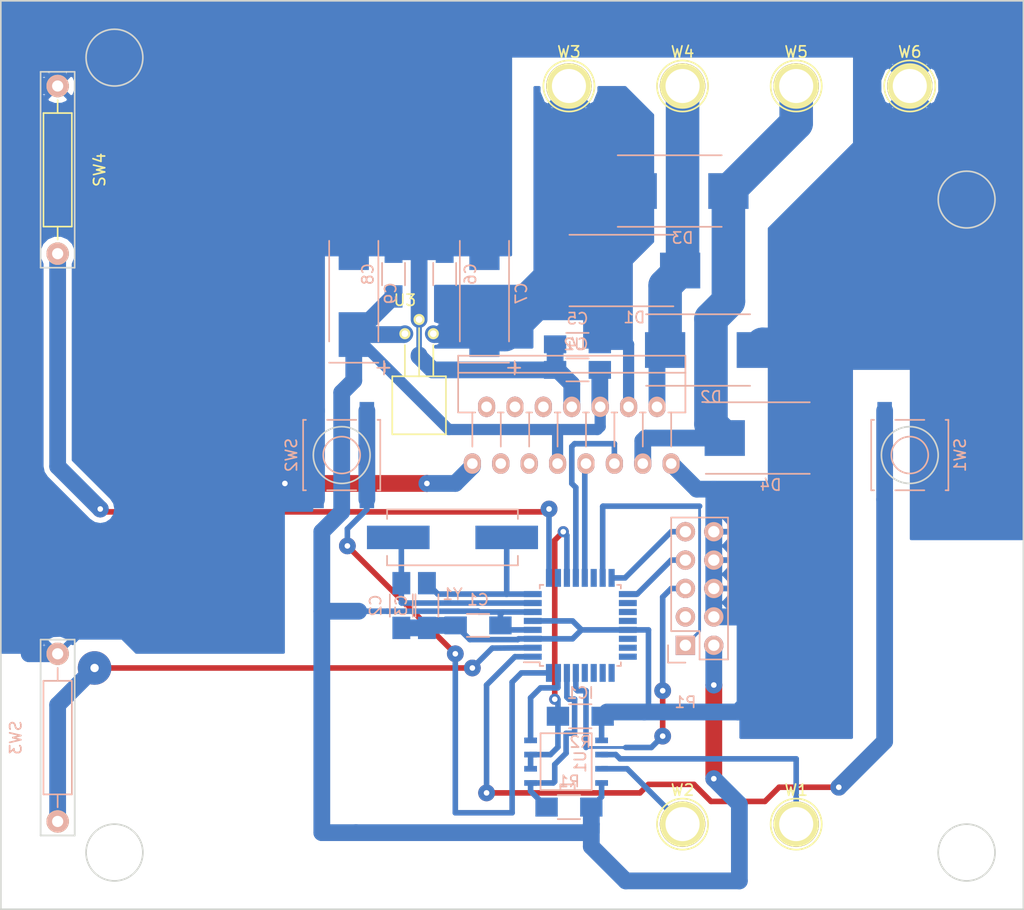
<source format=kicad_pcb>
(kicad_pcb (version 4) (host pcbnew "(2015-12-10 BZR 6367)-product")

  (general
    (links 78)
    (no_connects 0)
    (area 0 0 0 0)
    (thickness 1.6)
    (drawings 19)
    (tracks 281)
    (zones 0)
    (modules 31)
    (nets 41)
  )

  (page A4)
  (layers
    (0 F.Cu signal)
    (31 B.Cu signal)
    (32 B.Adhes user)
    (33 F.Adhes user)
    (34 B.Paste user)
    (35 F.Paste user)
    (36 B.SilkS user)
    (37 F.SilkS user)
    (38 B.Mask user)
    (39 F.Mask user)
    (40 Dwgs.User user)
    (41 Cmts.User user)
    (42 Eco1.User user)
    (43 Eco2.User user)
    (44 Edge.Cuts user)
    (45 Margin user)
    (46 B.CrtYd user)
    (47 F.CrtYd user)
    (48 B.Fab user)
    (49 F.Fab user)
  )

  (setup
    (last_trace_width 1.5)
    (user_trace_width 0.25)
    (user_trace_width 0.5)
    (user_trace_width 0.75)
    (user_trace_width 1)
    (user_trace_width 1.5)
    (user_trace_width 3)
    (user_trace_width 4.5)
    (user_trace_width 6)
    (trace_clearance 0.2)
    (zone_clearance 0.508)
    (zone_45_only no)
    (trace_min 0.2)
    (segment_width 0.2)
    (edge_width 0.15)
    (via_size 0.6)
    (via_drill 0.4)
    (via_min_size 0.4)
    (via_min_drill 0.3)
    (user_via 0.5 0.3)
    (user_via 0.75 0.3)
    (user_via 1 0.5)
    (user_via 1.5 0.5)
    (user_via 3 0.75)
    (uvia_size 0.3)
    (uvia_drill 0.1)
    (uvias_allowed no)
    (uvia_min_size 0.2)
    (uvia_min_drill 0.1)
    (pcb_text_width 0.3)
    (pcb_text_size 1.5 1.5)
    (mod_edge_width 0.15)
    (mod_text_size 1 1)
    (mod_text_width 0.15)
    (pad_size 1.524 1.524)
    (pad_drill 0.762)
    (pad_to_mask_clearance 0.2)
    (aux_axis_origin 0 0)
    (visible_elements FFFFFF7F)
    (pcbplotparams
      (layerselection 0x00030_ffffffff)
      (usegerberextensions false)
      (excludeedgelayer true)
      (linewidth 0.100000)
      (plotframeref false)
      (viasonmask false)
      (mode 1)
      (useauxorigin false)
      (hpglpennumber 1)
      (hpglpenspeed 20)
      (hpglpendiameter 15)
      (hpglpenoverlay 2)
      (psnegative false)
      (psa4output false)
      (plotreference true)
      (plotvalue true)
      (plotinvisibletext false)
      (padsonsilk false)
      (subtractmaskfromsilk false)
      (outputformat 1)
      (mirror false)
      (drillshape 1)
      (scaleselection 1)
      (outputdirectory ""))
  )

  (net 0 "")
  (net 1 +5V)
  (net 2 GND)
  (net 3 "Net-(C3-Pad1)")
  (net 4 "Net-(D1-Pad2)")
  (net 5 "Net-(D3-Pad2)")
  (net 6 "Net-(IC1-Pad1)")
  (net 7 "Net-(IC1-Pad2)")
  (net 8 "Net-(IC1-Pad9)")
  (net 9 "Net-(IC1-Pad10)")
  (net 10 "Net-(IC1-Pad11)")
  (net 11 "Net-(IC1-Pad12)")
  (net 12 "Net-(IC1-Pad13)")
  (net 13 "Net-(IC1-Pad14)")
  (net 14 "Net-(IC1-Pad15)")
  (net 15 "Net-(IC1-Pad16)")
  (net 16 "Net-(IC1-Pad17)")
  (net 17 "Net-(IC1-Pad18)")
  (net 18 "Net-(IC1-Pad19)")
  (net 19 "Net-(IC1-Pad20)")
  (net 20 "Net-(IC1-Pad22)")
  (net 21 "Net-(IC1-Pad23)")
  (net 22 "Net-(IC1-Pad24)")
  (net 23 "Net-(IC1-Pad25)")
  (net 24 "Net-(IC1-Pad26)")
  (net 25 "Net-(IC1-Pad27)")
  (net 26 "Net-(IC1-Pad28)")
  (net 27 "Net-(IC1-Pad29)")
  (net 28 "Net-(IC1-Pad30)")
  (net 29 "Net-(IC1-Pad31)")
  (net 30 "Net-(IC1-Pad32)")
  (net 31 "Net-(U1-Pad7)")
  (net 32 "Net-(U1-Pad6)")
  (net 33 "Net-(U2-Pad10)")
  (net 34 "Net-(U2-Pad11)")
  (net 35 "Net-(U2-Pad12)")
  (net 36 "Net-(U2-Pad13)")
  (net 37 "Net-(U2-Pad14)")
  (net 38 "Net-(C2-Pad1)")
  (net 39 "Net-(C5-Pad1)")
  (net 40 "Net-(P1-Pad3)")

  (net_class Default "Это класс цепей по умолчанию."
    (clearance 0.2)
    (trace_width 0.25)
    (via_dia 0.6)
    (via_drill 0.4)
    (uvia_dia 0.3)
    (uvia_drill 0.1)
    (add_net +5V)
    (add_net GND)
    (add_net "Net-(C2-Pad1)")
    (add_net "Net-(C3-Pad1)")
    (add_net "Net-(C5-Pad1)")
    (add_net "Net-(D1-Pad2)")
    (add_net "Net-(D3-Pad2)")
    (add_net "Net-(IC1-Pad1)")
    (add_net "Net-(IC1-Pad10)")
    (add_net "Net-(IC1-Pad11)")
    (add_net "Net-(IC1-Pad12)")
    (add_net "Net-(IC1-Pad13)")
    (add_net "Net-(IC1-Pad14)")
    (add_net "Net-(IC1-Pad15)")
    (add_net "Net-(IC1-Pad16)")
    (add_net "Net-(IC1-Pad17)")
    (add_net "Net-(IC1-Pad18)")
    (add_net "Net-(IC1-Pad19)")
    (add_net "Net-(IC1-Pad2)")
    (add_net "Net-(IC1-Pad20)")
    (add_net "Net-(IC1-Pad22)")
    (add_net "Net-(IC1-Pad23)")
    (add_net "Net-(IC1-Pad24)")
    (add_net "Net-(IC1-Pad25)")
    (add_net "Net-(IC1-Pad26)")
    (add_net "Net-(IC1-Pad27)")
    (add_net "Net-(IC1-Pad28)")
    (add_net "Net-(IC1-Pad29)")
    (add_net "Net-(IC1-Pad30)")
    (add_net "Net-(IC1-Pad31)")
    (add_net "Net-(IC1-Pad32)")
    (add_net "Net-(IC1-Pad9)")
    (add_net "Net-(P1-Pad3)")
    (add_net "Net-(U1-Pad6)")
    (add_net "Net-(U1-Pad7)")
    (add_net "Net-(U2-Pad10)")
    (add_net "Net-(U2-Pad11)")
    (add_net "Net-(U2-Pad12)")
    (add_net "Net-(U2-Pad13)")
    (add_net "Net-(U2-Pad14)")
  )

  (module TO_SOT_Packages_THT:Multiwatt_15_Vertical (layer B.Cu) (tedit 54C4A846) (tstamp 571C03AC)
    (at 197.104 92.202 180)
    (descr http://www.icbuy.com/education/package/mode_name/upload/education/package/061106/1737460368586001162805866.pdf)
    (path /571BF394)
    (fp_text reference U2 (at 8.636 10.668 180) (layer B.SilkS)
      (effects (font (size 1 1) (thickness 0.15)) (justify mirror))
    )
    (fp_text value L298N (at 21.844 3.048 180) (layer B.Fab)
      (effects (font (size 1 1) (thickness 0.15)) (justify mirror))
    )
    (fp_line (start 19.4 -1.15) (end -1.6 -1.15) (layer B.CrtYd) (width 0.05))
    (fp_line (start -1.6 -1.15) (end -1.6 10) (layer B.CrtYd) (width 0.05))
    (fp_line (start -1.6 10) (end 19.4 10) (layer B.CrtYd) (width 0.05))
    (fp_line (start 19.4 10) (end 19.4 -1.15) (layer B.CrtYd) (width 0.05))
    (fp_line (start 17.78 1.524) (end 17.78 4.572) (layer B.SilkS) (width 0.15))
    (fp_line (start 15.24 1.524) (end 15.24 4.572) (layer B.SilkS) (width 0.15))
    (fp_line (start 12.7 1.524) (end 12.7 4.572) (layer B.SilkS) (width 0.15))
    (fp_line (start 10.16 1.524) (end 10.16 4.572) (layer B.SilkS) (width 0.15))
    (fp_line (start 7.62 1.524) (end 7.62 4.572) (layer B.SilkS) (width 0.15))
    (fp_line (start 5.08 1.524) (end 5.08 4.572) (layer B.SilkS) (width 0.15))
    (fp_line (start 2.54 1.524) (end 2.54 4.572) (layer B.SilkS) (width 0.15))
    (fp_line (start 0 1.524) (end 0 4.572) (layer B.SilkS) (width 0.15))
    (fp_line (start 19.05 8.128) (end -1.27 8.128) (layer B.SilkS) (width 0.15))
    (fp_line (start -1.27 9.652) (end -1.27 4.572) (layer B.SilkS) (width 0.15))
    (fp_line (start -1.27 4.572) (end 0.254 4.572) (layer B.SilkS) (width 0.15))
    (fp_line (start 2.794 4.572) (end 2.286 4.572) (layer B.SilkS) (width 0.15))
    (fp_line (start 5.334 4.572) (end 4.826 4.572) (layer B.SilkS) (width 0.15))
    (fp_line (start 7.874 4.572) (end 7.366 4.572) (layer B.SilkS) (width 0.15))
    (fp_line (start 10.414 4.572) (end 9.906 4.572) (layer B.SilkS) (width 0.15))
    (fp_line (start 12.954 4.572) (end 12.446 4.572) (layer B.SilkS) (width 0.15))
    (fp_line (start 15.494 4.572) (end 14.986 4.572) (layer B.SilkS) (width 0.15))
    (fp_line (start -1.27 9.652) (end 19.05 9.652) (layer B.SilkS) (width 0.15))
    (fp_line (start 19.05 9.652) (end 19.05 4.572) (layer B.SilkS) (width 0.15))
    (fp_line (start 19.05 4.572) (end 17.526 4.572) (layer B.SilkS) (width 0.15))
    (pad 1 thru_hole oval (at 0 0 180) (size 1.524 1.824) (drill 0.95) (layers *.Cu *.Mask B.SilkS)
      (net 2 GND))
    (pad 2 thru_hole oval (at 1.27 5.08 180) (size 1.524 1.824) (drill 0.95) (layers *.Cu *.Mask B.SilkS)
      (net 4 "Net-(D1-Pad2)"))
    (pad 3 thru_hole oval (at 2.54 0 180) (size 1.524 1.824) (drill 0.95) (layers *.Cu *.Mask B.SilkS)
      (net 5 "Net-(D3-Pad2)"))
    (pad 4 thru_hole oval (at 3.81 5.08 180) (size 1.524 1.824) (drill 0.95) (layers *.Cu *.Mask B.SilkS)
      (net 39 "Net-(C5-Pad1)"))
    (pad 5 thru_hole oval (at 5.08 0 180) (size 1.524 1.824) (drill 0.95) (layers *.Cu *.Mask B.SilkS)
      (net 11 "Net-(IC1-Pad12)"))
    (pad 6 thru_hole oval (at 6.35 5.08 180) (size 1.524 1.824) (drill 0.95) (layers *.Cu *.Mask B.SilkS)
      (net 1 +5V))
    (pad 7 thru_hole oval (at 7.62 0 180) (size 1.524 1.824) (drill 0.95) (layers *.Cu *.Mask B.SilkS)
      (net 12 "Net-(IC1-Pad13)"))
    (pad 8 thru_hole oval (at 8.89 5.08 180) (size 1.524 1.824) (drill 0.95) (layers *.Cu *.Mask B.SilkS)
      (net 2 GND))
    (pad 9 thru_hole oval (at 10.16 0 180) (size 1.524 1.824) (drill 0.95) (layers *.Cu *.Mask B.SilkS)
      (net 1 +5V))
    (pad 10 thru_hole oval (at 11.43 5.08 180) (size 1.524 1.824) (drill 0.95) (layers *.Cu *.Mask B.SilkS)
      (net 33 "Net-(U2-Pad10)"))
    (pad 11 thru_hole oval (at 12.7 0 180) (size 1.524 1.824) (drill 0.95) (layers *.Cu *.Mask B.SilkS)
      (net 34 "Net-(U2-Pad11)"))
    (pad 12 thru_hole oval (at 13.97 5.08 180) (size 1.524 1.824) (drill 0.95) (layers *.Cu *.Mask B.SilkS)
      (net 35 "Net-(U2-Pad12)"))
    (pad 13 thru_hole oval (at 15.24 0 180) (size 1.524 1.824) (drill 0.95) (layers *.Cu *.Mask B.SilkS)
      (net 36 "Net-(U2-Pad13)"))
    (pad 14 thru_hole oval (at 16.51 5.08 180) (size 1.524 1.824) (drill 0.95) (layers *.Cu *.Mask B.SilkS)
      (net 37 "Net-(U2-Pad14)"))
    (pad 15 thru_hole oval (at 17.78 0 180) (size 1.524 1.824) (drill 0.95) (layers *.Cu *.Mask B.SilkS)
      (net 2 GND))
    (model TO_SOT_Packages_THT.3dshapes/Multiwatt_15_Vertical.wrl
      (at (xyz 0 0 0))
      (scale (xyz 1 1 1))
      (rotate (xyz 0 0 0))
    )
  )

  (module Capacitors_SMD:C_1206_HandSoldering (layer B.Cu) (tedit 541A9C03) (tstamp 571C032D)
    (at 179.832 106.68 180)
    (descr "Capacitor SMD 1206, hand soldering")
    (tags "capacitor 1206")
    (path /571BEE4B)
    (attr smd)
    (fp_text reference C1 (at 0 2.3 180) (layer B.SilkS)
      (effects (font (size 1 1) (thickness 0.15)) (justify mirror))
    )
    (fp_text value 0.1 (at 0 -2.3 180) (layer B.Fab)
      (effects (font (size 1 1) (thickness 0.15)) (justify mirror))
    )
    (fp_line (start -3.3 1.15) (end 3.3 1.15) (layer B.CrtYd) (width 0.05))
    (fp_line (start -3.3 -1.15) (end 3.3 -1.15) (layer B.CrtYd) (width 0.05))
    (fp_line (start -3.3 1.15) (end -3.3 -1.15) (layer B.CrtYd) (width 0.05))
    (fp_line (start 3.3 1.15) (end 3.3 -1.15) (layer B.CrtYd) (width 0.05))
    (fp_line (start 1 1.025) (end -1 1.025) (layer B.SilkS) (width 0.15))
    (fp_line (start -1 -1.025) (end 1 -1.025) (layer B.SilkS) (width 0.15))
    (pad 1 smd rect (at -2 0 180) (size 2 1.6) (layers B.Cu B.Paste B.Mask)
      (net 1 +5V))
    (pad 2 smd rect (at 2 0 180) (size 2 1.6) (layers B.Cu B.Paste B.Mask)
      (net 2 GND))
    (model Capacitors_SMD.3dshapes/C_1206_HandSoldering.wrl
      (at (xyz 0 0 0))
      (scale (xyz 1 1 1))
      (rotate (xyz 0 0 0))
    )
  )

  (module Capacitors_SMD:C_1206_HandSoldering (layer B.Cu) (tedit 541A9C03) (tstamp 571C0333)
    (at 172.974 104.902 270)
    (descr "Capacitor SMD 1206, hand soldering")
    (tags "capacitor 1206")
    (path /571CCF9C)
    (attr smd)
    (fp_text reference C2 (at 0 2.3 270) (layer B.SilkS)
      (effects (font (size 1 1) (thickness 0.15)) (justify mirror))
    )
    (fp_text value 12 (at 0 -2.3 270) (layer B.Fab)
      (effects (font (size 1 1) (thickness 0.15)) (justify mirror))
    )
    (fp_line (start -3.3 1.15) (end 3.3 1.15) (layer B.CrtYd) (width 0.05))
    (fp_line (start -3.3 -1.15) (end 3.3 -1.15) (layer B.CrtYd) (width 0.05))
    (fp_line (start -3.3 1.15) (end -3.3 -1.15) (layer B.CrtYd) (width 0.05))
    (fp_line (start 3.3 1.15) (end 3.3 -1.15) (layer B.CrtYd) (width 0.05))
    (fp_line (start 1 1.025) (end -1 1.025) (layer B.SilkS) (width 0.15))
    (fp_line (start -1 -1.025) (end 1 -1.025) (layer B.SilkS) (width 0.15))
    (pad 1 smd rect (at -2 0 270) (size 2 1.6) (layers B.Cu B.Paste B.Mask)
      (net 38 "Net-(C2-Pad1)"))
    (pad 2 smd rect (at 2 0 270) (size 2 1.6) (layers B.Cu B.Paste B.Mask)
      (net 2 GND))
    (model Capacitors_SMD.3dshapes/C_1206_HandSoldering.wrl
      (at (xyz 0 0 0))
      (scale (xyz 1 1 1))
      (rotate (xyz 0 0 0))
    )
  )

  (module Capacitors_SMD:C_1206_HandSoldering (layer B.Cu) (tedit 541A9C03) (tstamp 571C0339)
    (at 175.26 104.902 270)
    (descr "Capacitor SMD 1206, hand soldering")
    (tags "capacitor 1206")
    (path /571CD0D0)
    (attr smd)
    (fp_text reference C3 (at 0 2.3 270) (layer B.SilkS)
      (effects (font (size 1 1) (thickness 0.15)) (justify mirror))
    )
    (fp_text value 12 (at 0 -2.3 270) (layer B.Fab)
      (effects (font (size 1 1) (thickness 0.15)) (justify mirror))
    )
    (fp_line (start -3.3 1.15) (end 3.3 1.15) (layer B.CrtYd) (width 0.05))
    (fp_line (start -3.3 -1.15) (end 3.3 -1.15) (layer B.CrtYd) (width 0.05))
    (fp_line (start -3.3 1.15) (end -3.3 -1.15) (layer B.CrtYd) (width 0.05))
    (fp_line (start 3.3 1.15) (end 3.3 -1.15) (layer B.CrtYd) (width 0.05))
    (fp_line (start 1 1.025) (end -1 1.025) (layer B.SilkS) (width 0.15))
    (fp_line (start -1 -1.025) (end 1 -1.025) (layer B.SilkS) (width 0.15))
    (pad 1 smd rect (at -2 0 270) (size 2 1.6) (layers B.Cu B.Paste B.Mask)
      (net 3 "Net-(C3-Pad1)"))
    (pad 2 smd rect (at 2 0 270) (size 2 1.6) (layers B.Cu B.Paste B.Mask)
      (net 2 GND))
    (model Capacitors_SMD.3dshapes/C_1206_HandSoldering.wrl
      (at (xyz 0 0 0))
      (scale (xyz 1 1 1))
      (rotate (xyz 0 0 0))
    )
  )

  (module Capacitors_SMD:C_1206_HandSoldering (layer B.Cu) (tedit 541A9C03) (tstamp 571C033F)
    (at 188.722 83.82 180)
    (descr "Capacitor SMD 1206, hand soldering")
    (tags "capacitor 1206")
    (path /571BF56C)
    (attr smd)
    (fp_text reference C4 (at 0 2.3 180) (layer B.SilkS)
      (effects (font (size 1 1) (thickness 0.15)) (justify mirror))
    )
    (fp_text value 0.1 (at 0 -2.3 180) (layer B.Fab)
      (effects (font (size 1 1) (thickness 0.15)) (justify mirror))
    )
    (fp_line (start -3.3 1.15) (end 3.3 1.15) (layer B.CrtYd) (width 0.05))
    (fp_line (start -3.3 -1.15) (end 3.3 -1.15) (layer B.CrtYd) (width 0.05))
    (fp_line (start -3.3 1.15) (end -3.3 -1.15) (layer B.CrtYd) (width 0.05))
    (fp_line (start 3.3 1.15) (end 3.3 -1.15) (layer B.CrtYd) (width 0.05))
    (fp_line (start 1 1.025) (end -1 1.025) (layer B.SilkS) (width 0.15))
    (fp_line (start -1 -1.025) (end 1 -1.025) (layer B.SilkS) (width 0.15))
    (pad 1 smd rect (at -2 0 180) (size 2 1.6) (layers B.Cu B.Paste B.Mask)
      (net 1 +5V))
    (pad 2 smd rect (at 2 0 180) (size 2 1.6) (layers B.Cu B.Paste B.Mask)
      (net 2 GND))
    (model Capacitors_SMD.3dshapes/C_1206_HandSoldering.wrl
      (at (xyz 0 0 0))
      (scale (xyz 1 1 1))
      (rotate (xyz 0 0 0))
    )
  )

  (module Capacitors_SMD:C_1206_HandSoldering (layer B.Cu) (tedit 541A9C03) (tstamp 571C0345)
    (at 176.8475 75.2475 90)
    (descr "Capacitor SMD 1206, hand soldering")
    (tags "capacitor 1206")
    (path /571C5AAA)
    (attr smd)
    (fp_text reference C6 (at 0 2.3 90) (layer B.SilkS)
      (effects (font (size 1 1) (thickness 0.15)) (justify mirror))
    )
    (fp_text value 0.1 (at 0 -2.3 90) (layer B.Fab)
      (effects (font (size 1 1) (thickness 0.15)) (justify mirror))
    )
    (fp_line (start -3.3 1.15) (end 3.3 1.15) (layer B.CrtYd) (width 0.05))
    (fp_line (start -3.3 -1.15) (end 3.3 -1.15) (layer B.CrtYd) (width 0.05))
    (fp_line (start -3.3 1.15) (end -3.3 -1.15) (layer B.CrtYd) (width 0.05))
    (fp_line (start 3.3 1.15) (end 3.3 -1.15) (layer B.CrtYd) (width 0.05))
    (fp_line (start 1 1.025) (end -1 1.025) (layer B.SilkS) (width 0.15))
    (fp_line (start -1 -1.025) (end 1 -1.025) (layer B.SilkS) (width 0.15))
    (pad 1 smd rect (at -2 0 90) (size 2 1.6) (layers B.Cu B.Paste B.Mask)
      (net 39 "Net-(C5-Pad1)"))
    (pad 2 smd rect (at 2 0 90) (size 2 1.6) (layers B.Cu B.Paste B.Mask)
      (net 2 GND))
    (model Capacitors_SMD.3dshapes/C_1206_HandSoldering.wrl
      (at (xyz 0 0 0))
      (scale (xyz 1 1 1))
      (rotate (xyz 0 0 0))
    )
  )

  (module Diodes_SMD:DO-214AB_Handsoldering (layer B.Cu) (tedit 55429DAE) (tstamp 571C034B)
    (at 193.802 74.93)
    (descr "Jedec DO-214AB diode package. Designed according to Fairchild SS32 datasheet.")
    (tags "DO-214AB diode Handsoldering")
    (path /571C0C33)
    (attr smd)
    (fp_text reference D1 (at 0 4.2) (layer B.SilkS)
      (effects (font (size 1 1) (thickness 0.15)) (justify mirror))
    )
    (fp_text value US2M (at 0 -4.6) (layer B.Fab)
      (effects (font (size 1 1) (thickness 0.15)) (justify mirror))
    )
    (fp_line (start -6.15 3.45) (end 6.15 3.45) (layer B.CrtYd) (width 0.05))
    (fp_line (start 6.15 3.45) (end 6.15 -3.45) (layer B.CrtYd) (width 0.05))
    (fp_line (start 6.15 -3.45) (end -6.15 -3.45) (layer B.CrtYd) (width 0.05))
    (fp_line (start -6.15 -3.45) (end -6.15 3.45) (layer B.CrtYd) (width 0.05))
    (fp_line (start 3.5 -3.2) (end -5.8 -3.2) (layer B.SilkS) (width 0.15))
    (fp_line (start -5.8 3.2) (end 3.5 3.2) (layer B.SilkS) (width 0.15))
    (pad 2 smd rect (at 4.1 0) (size 3.6 3.2) (layers B.Cu B.Paste B.Mask)
      (net 4 "Net-(D1-Pad2)"))
    (pad 1 smd rect (at -4.1 0) (size 3.6 3.2) (layers B.Cu B.Paste B.Mask)
      (net 39 "Net-(C5-Pad1)"))
    (model Diodes_SMD.3dshapes/DO-214AB_Handsoldering.wrl
      (at (xyz 0 0 0))
      (scale (xyz 0.39 0.39 0.39))
      (rotate (xyz 0 0 180))
    )
  )

  (module Diodes_SMD:DO-214AB_Handsoldering (layer B.Cu) (tedit 55429DAE) (tstamp 571C0351)
    (at 200.66 82.042)
    (descr "Jedec DO-214AB diode package. Designed according to Fairchild SS32 datasheet.")
    (tags "DO-214AB diode Handsoldering")
    (path /571C0CAD)
    (attr smd)
    (fp_text reference D2 (at 0 4.2) (layer B.SilkS)
      (effects (font (size 1 1) (thickness 0.15)) (justify mirror))
    )
    (fp_text value US2M (at 0 -4.6) (layer B.Fab)
      (effects (font (size 1 1) (thickness 0.15)) (justify mirror))
    )
    (fp_line (start -6.15 3.45) (end 6.15 3.45) (layer B.CrtYd) (width 0.05))
    (fp_line (start 6.15 3.45) (end 6.15 -3.45) (layer B.CrtYd) (width 0.05))
    (fp_line (start 6.15 -3.45) (end -6.15 -3.45) (layer B.CrtYd) (width 0.05))
    (fp_line (start -6.15 -3.45) (end -6.15 3.45) (layer B.CrtYd) (width 0.05))
    (fp_line (start 3.5 -3.2) (end -5.8 -3.2) (layer B.SilkS) (width 0.15))
    (fp_line (start -5.8 3.2) (end 3.5 3.2) (layer B.SilkS) (width 0.15))
    (pad 2 smd rect (at 4.1 0) (size 3.6 3.2) (layers B.Cu B.Paste B.Mask)
      (net 2 GND))
    (pad 1 smd rect (at -4.1 0) (size 3.6 3.2) (layers B.Cu B.Paste B.Mask)
      (net 4 "Net-(D1-Pad2)"))
    (model Diodes_SMD.3dshapes/DO-214AB_Handsoldering.wrl
      (at (xyz 0 0 0))
      (scale (xyz 0.39 0.39 0.39))
      (rotate (xyz 0 0 180))
    )
  )

  (module Diodes_SMD:DO-214AB_Handsoldering (layer B.Cu) (tedit 55429DAE) (tstamp 571C0357)
    (at 198.12 67.818)
    (descr "Jedec DO-214AB diode package. Designed according to Fairchild SS32 datasheet.")
    (tags "DO-214AB diode Handsoldering")
    (path /571C0CE1)
    (attr smd)
    (fp_text reference D3 (at 0 4.2) (layer B.SilkS)
      (effects (font (size 1 1) (thickness 0.15)) (justify mirror))
    )
    (fp_text value US2M (at 0 -4.6) (layer B.Fab)
      (effects (font (size 1 1) (thickness 0.15)) (justify mirror))
    )
    (fp_line (start -6.15 3.45) (end 6.15 3.45) (layer B.CrtYd) (width 0.05))
    (fp_line (start 6.15 3.45) (end 6.15 -3.45) (layer B.CrtYd) (width 0.05))
    (fp_line (start 6.15 -3.45) (end -6.15 -3.45) (layer B.CrtYd) (width 0.05))
    (fp_line (start -6.15 -3.45) (end -6.15 3.45) (layer B.CrtYd) (width 0.05))
    (fp_line (start 3.5 -3.2) (end -5.8 -3.2) (layer B.SilkS) (width 0.15))
    (fp_line (start -5.8 3.2) (end 3.5 3.2) (layer B.SilkS) (width 0.15))
    (pad 2 smd rect (at 4.1 0) (size 3.6 3.2) (layers B.Cu B.Paste B.Mask)
      (net 5 "Net-(D3-Pad2)"))
    (pad 1 smd rect (at -4.1 0) (size 3.6 3.2) (layers B.Cu B.Paste B.Mask)
      (net 39 "Net-(C5-Pad1)"))
    (model Diodes_SMD.3dshapes/DO-214AB_Handsoldering.wrl
      (at (xyz 0 0 0))
      (scale (xyz 0.39 0.39 0.39))
      (rotate (xyz 0 0 180))
    )
  )

  (module Diodes_SMD:DO-214AB_Handsoldering (layer B.Cu) (tedit 55429DAE) (tstamp 571C035D)
    (at 205.994 89.916)
    (descr "Jedec DO-214AB diode package. Designed according to Fairchild SS32 datasheet.")
    (tags "DO-214AB diode Handsoldering")
    (path /571C0D42)
    (attr smd)
    (fp_text reference D4 (at 0 4.2) (layer B.SilkS)
      (effects (font (size 1 1) (thickness 0.15)) (justify mirror))
    )
    (fp_text value US2M (at 0 -4.6) (layer B.Fab)
      (effects (font (size 1 1) (thickness 0.15)) (justify mirror))
    )
    (fp_line (start -6.15 3.45) (end 6.15 3.45) (layer B.CrtYd) (width 0.05))
    (fp_line (start 6.15 3.45) (end 6.15 -3.45) (layer B.CrtYd) (width 0.05))
    (fp_line (start 6.15 -3.45) (end -6.15 -3.45) (layer B.CrtYd) (width 0.05))
    (fp_line (start -6.15 -3.45) (end -6.15 3.45) (layer B.CrtYd) (width 0.05))
    (fp_line (start 3.5 -3.2) (end -5.8 -3.2) (layer B.SilkS) (width 0.15))
    (fp_line (start -5.8 3.2) (end 3.5 3.2) (layer B.SilkS) (width 0.15))
    (pad 2 smd rect (at 4.1 0) (size 3.6 3.2) (layers B.Cu B.Paste B.Mask)
      (net 2 GND))
    (pad 1 smd rect (at -4.1 0) (size 3.6 3.2) (layers B.Cu B.Paste B.Mask)
      (net 5 "Net-(D3-Pad2)"))
    (model Diodes_SMD.3dshapes/DO-214AB_Handsoldering.wrl
      (at (xyz 0 0 0))
      (scale (xyz 0.39 0.39 0.39))
      (rotate (xyz 0 0 180))
    )
  )

  (module Housings_QFP:TQFP-32_7x7mm_Pitch0.8mm (layer B.Cu) (tedit 54130A77) (tstamp 571C0381)
    (at 188.976 106.68)
    (descr "32-Lead Plastic Thin Quad Flatpack (PT) - 7x7x1.0 mm Body, 2.00 mm [TQFP] (see Microchip Packaging Specification 00000049BS.pdf)")
    (tags "QFP 0.8")
    (path /571BEB9A)
    (attr smd)
    (fp_text reference IC1 (at 0 6.05) (layer B.SilkS)
      (effects (font (size 1 1) (thickness 0.15)) (justify mirror))
    )
    (fp_text value ATMEGA48PA-A (at 0 -6.05) (layer B.Fab)
      (effects (font (size 1 1) (thickness 0.15)) (justify mirror))
    )
    (fp_line (start -5.3 5.3) (end -5.3 -5.3) (layer B.CrtYd) (width 0.05))
    (fp_line (start 5.3 5.3) (end 5.3 -5.3) (layer B.CrtYd) (width 0.05))
    (fp_line (start -5.3 5.3) (end 5.3 5.3) (layer B.CrtYd) (width 0.05))
    (fp_line (start -5.3 -5.3) (end 5.3 -5.3) (layer B.CrtYd) (width 0.05))
    (fp_line (start -3.625 3.625) (end -3.625 3.3) (layer B.SilkS) (width 0.15))
    (fp_line (start 3.625 3.625) (end 3.625 3.3) (layer B.SilkS) (width 0.15))
    (fp_line (start 3.625 -3.625) (end 3.625 -3.3) (layer B.SilkS) (width 0.15))
    (fp_line (start -3.625 -3.625) (end -3.625 -3.3) (layer B.SilkS) (width 0.15))
    (fp_line (start -3.625 3.625) (end -3.3 3.625) (layer B.SilkS) (width 0.15))
    (fp_line (start -3.625 -3.625) (end -3.3 -3.625) (layer B.SilkS) (width 0.15))
    (fp_line (start 3.625 -3.625) (end 3.3 -3.625) (layer B.SilkS) (width 0.15))
    (fp_line (start 3.625 3.625) (end 3.3 3.625) (layer B.SilkS) (width 0.15))
    (fp_line (start -3.625 3.3) (end -5.05 3.3) (layer B.SilkS) (width 0.15))
    (pad 1 smd rect (at -4.25 2.8) (size 1.6 0.55) (layers B.Cu B.Paste B.Mask)
      (net 6 "Net-(IC1-Pad1)"))
    (pad 2 smd rect (at -4.25 2) (size 1.6 0.55) (layers B.Cu B.Paste B.Mask)
      (net 7 "Net-(IC1-Pad2)"))
    (pad 3 smd rect (at -4.25 1.2) (size 1.6 0.55) (layers B.Cu B.Paste B.Mask)
      (net 2 GND))
    (pad 4 smd rect (at -4.25 0.4) (size 1.6 0.55) (layers B.Cu B.Paste B.Mask)
      (net 1 +5V))
    (pad 5 smd rect (at -4.25 -0.4) (size 1.6 0.55) (layers B.Cu B.Paste B.Mask)
      (net 2 GND))
    (pad 6 smd rect (at -4.25 -1.2) (size 1.6 0.55) (layers B.Cu B.Paste B.Mask)
      (net 1 +5V))
    (pad 7 smd rect (at -4.25 -2) (size 1.6 0.55) (layers B.Cu B.Paste B.Mask)
      (net 38 "Net-(C2-Pad1)"))
    (pad 8 smd rect (at -4.25 -2.8) (size 1.6 0.55) (layers B.Cu B.Paste B.Mask)
      (net 3 "Net-(C3-Pad1)"))
    (pad 9 smd rect (at -2.8 -4.25 270) (size 1.6 0.55) (layers B.Cu B.Paste B.Mask)
      (net 8 "Net-(IC1-Pad9)"))
    (pad 10 smd rect (at -2 -4.25 270) (size 1.6 0.55) (layers B.Cu B.Paste B.Mask)
      (net 9 "Net-(IC1-Pad10)"))
    (pad 11 smd rect (at -1.2 -4.25 270) (size 1.6 0.55) (layers B.Cu B.Paste B.Mask)
      (net 10 "Net-(IC1-Pad11)"))
    (pad 12 smd rect (at -0.4 -4.25 270) (size 1.6 0.55) (layers B.Cu B.Paste B.Mask)
      (net 11 "Net-(IC1-Pad12)"))
    (pad 13 smd rect (at 0.4 -4.25 270) (size 1.6 0.55) (layers B.Cu B.Paste B.Mask)
      (net 12 "Net-(IC1-Pad13)"))
    (pad 14 smd rect (at 1.2 -4.25 270) (size 1.6 0.55) (layers B.Cu B.Paste B.Mask)
      (net 13 "Net-(IC1-Pad14)"))
    (pad 15 smd rect (at 2 -4.25 270) (size 1.6 0.55) (layers B.Cu B.Paste B.Mask)
      (net 14 "Net-(IC1-Pad15)"))
    (pad 16 smd rect (at 2.8 -4.25 270) (size 1.6 0.55) (layers B.Cu B.Paste B.Mask)
      (net 15 "Net-(IC1-Pad16)"))
    (pad 17 smd rect (at 4.25 -2.8) (size 1.6 0.55) (layers B.Cu B.Paste B.Mask)
      (net 16 "Net-(IC1-Pad17)"))
    (pad 18 smd rect (at 4.25 -2) (size 1.6 0.55) (layers B.Cu B.Paste B.Mask)
      (net 17 "Net-(IC1-Pad18)"))
    (pad 19 smd rect (at 4.25 -1.2) (size 1.6 0.55) (layers B.Cu B.Paste B.Mask)
      (net 18 "Net-(IC1-Pad19)"))
    (pad 20 smd rect (at 4.25 -0.4) (size 1.6 0.55) (layers B.Cu B.Paste B.Mask)
      (net 19 "Net-(IC1-Pad20)"))
    (pad 21 smd rect (at 4.25 0.4) (size 1.6 0.55) (layers B.Cu B.Paste B.Mask)
      (net 2 GND))
    (pad 22 smd rect (at 4.25 1.2) (size 1.6 0.55) (layers B.Cu B.Paste B.Mask)
      (net 20 "Net-(IC1-Pad22)"))
    (pad 23 smd rect (at 4.25 2) (size 1.6 0.55) (layers B.Cu B.Paste B.Mask)
      (net 21 "Net-(IC1-Pad23)"))
    (pad 24 smd rect (at 4.25 2.8) (size 1.6 0.55) (layers B.Cu B.Paste B.Mask)
      (net 22 "Net-(IC1-Pad24)"))
    (pad 25 smd rect (at 2.8 4.25 270) (size 1.6 0.55) (layers B.Cu B.Paste B.Mask)
      (net 23 "Net-(IC1-Pad25)"))
    (pad 26 smd rect (at 2 4.25 270) (size 1.6 0.55) (layers B.Cu B.Paste B.Mask)
      (net 24 "Net-(IC1-Pad26)"))
    (pad 27 smd rect (at 1.2 4.25 270) (size 1.6 0.55) (layers B.Cu B.Paste B.Mask)
      (net 25 "Net-(IC1-Pad27)"))
    (pad 28 smd rect (at 0.4 4.25 270) (size 1.6 0.55) (layers B.Cu B.Paste B.Mask)
      (net 26 "Net-(IC1-Pad28)"))
    (pad 29 smd rect (at -0.4 4.25 270) (size 1.6 0.55) (layers B.Cu B.Paste B.Mask)
      (net 27 "Net-(IC1-Pad29)"))
    (pad 30 smd rect (at -1.2 4.25 270) (size 1.6 0.55) (layers B.Cu B.Paste B.Mask)
      (net 28 "Net-(IC1-Pad30)"))
    (pad 31 smd rect (at -2 4.25 270) (size 1.6 0.55) (layers B.Cu B.Paste B.Mask)
      (net 29 "Net-(IC1-Pad31)"))
    (pad 32 smd rect (at -2.8 4.25 270) (size 1.6 0.55) (layers B.Cu B.Paste B.Mask)
      (net 30 "Net-(IC1-Pad32)"))
    (model Housings_QFP.3dshapes/TQFP-32_7x7mm_Pitch0.8mm.wrl
      (at (xyz 0 0 0))
      (scale (xyz 1 1 1))
      (rotate (xyz 0 0 0))
    )
  )

  (module Resistors_SMD:R_1206_HandSoldering (layer B.Cu) (tedit 5418A20D) (tstamp 571C0387)
    (at 187.96 122.936 180)
    (descr "Resistor SMD 1206, hand soldering")
    (tags "resistor 1206")
    (path /571C1F33)
    (attr smd)
    (fp_text reference R1 (at 0 2.3 180) (layer B.SilkS)
      (effects (font (size 1 1) (thickness 0.15)) (justify mirror))
    )
    (fp_text value 10k (at 0 -2.3 180) (layer B.Fab)
      (effects (font (size 1 1) (thickness 0.15)) (justify mirror))
    )
    (fp_line (start -3.3 1.2) (end 3.3 1.2) (layer B.CrtYd) (width 0.05))
    (fp_line (start -3.3 -1.2) (end 3.3 -1.2) (layer B.CrtYd) (width 0.05))
    (fp_line (start -3.3 1.2) (end -3.3 -1.2) (layer B.CrtYd) (width 0.05))
    (fp_line (start 3.3 1.2) (end 3.3 -1.2) (layer B.CrtYd) (width 0.05))
    (fp_line (start 1 -1.075) (end -1 -1.075) (layer B.SilkS) (width 0.15))
    (fp_line (start -1 1.075) (end 1 1.075) (layer B.SilkS) (width 0.15))
    (pad 1 smd rect (at -2 0 180) (size 2 1.7) (layers B.Cu B.Paste B.Mask)
      (net 1 +5V))
    (pad 2 smd rect (at 2 0 180) (size 2 1.7) (layers B.Cu B.Paste B.Mask)
      (net 28 "Net-(IC1-Pad30)"))
    (model Resistors_SMD.3dshapes/R_1206_HandSoldering.wrl
      (at (xyz 0 0 0))
      (scale (xyz 1 1 1))
      (rotate (xyz 0 0 0))
    )
  )

  (module Resistors_SMD:R_1206_HandSoldering (layer B.Cu) (tedit 5418A20D) (tstamp 571C038D)
    (at 188.976 114.808)
    (descr "Resistor SMD 1206, hand soldering")
    (tags "resistor 1206")
    (path /571C1F98)
    (attr smd)
    (fp_text reference R2 (at 0 2.3) (layer B.SilkS)
      (effects (font (size 1 1) (thickness 0.15)) (justify mirror))
    )
    (fp_text value 10k (at 0 -2.3) (layer B.Fab)
      (effects (font (size 1 1) (thickness 0.15)) (justify mirror))
    )
    (fp_line (start -3.3 1.2) (end 3.3 1.2) (layer B.CrtYd) (width 0.05))
    (fp_line (start -3.3 -1.2) (end 3.3 -1.2) (layer B.CrtYd) (width 0.05))
    (fp_line (start -3.3 1.2) (end -3.3 -1.2) (layer B.CrtYd) (width 0.05))
    (fp_line (start 3.3 1.2) (end 3.3 -1.2) (layer B.CrtYd) (width 0.05))
    (fp_line (start 1 -1.075) (end -1 -1.075) (layer B.SilkS) (width 0.15))
    (fp_line (start -1 1.075) (end 1 1.075) (layer B.SilkS) (width 0.15))
    (pad 1 smd rect (at -2 0) (size 2 1.7) (layers B.Cu B.Paste B.Mask)
      (net 10 "Net-(IC1-Pad11)"))
    (pad 2 smd rect (at 2 0) (size 2 1.7) (layers B.Cu B.Paste B.Mask)
      (net 2 GND))
    (model Resistors_SMD.3dshapes/R_1206_HandSoldering.wrl
      (at (xyz 0 0 0))
      (scale (xyz 1 1 1))
      (rotate (xyz 0 0 0))
    )
  )

  (module SMD_Packages:SOIC-8-N (layer B.Cu) (tedit 0) (tstamp 571C0399)
    (at 187.706 118.872 90)
    (descr "Module Narrow CMS SOJ 8 pins large")
    (tags "CMS SOJ")
    (path /571C1BF0)
    (attr smd)
    (fp_text reference U1 (at 0 1.27 90) (layer B.SilkS)
      (effects (font (size 1 1) (thickness 0.15)) (justify mirror))
    )
    (fp_text value SP3485CN (at 0 -1.27 90) (layer B.Fab)
      (effects (font (size 1 1) (thickness 0.15)) (justify mirror))
    )
    (fp_line (start -2.54 2.286) (end 2.54 2.286) (layer B.SilkS) (width 0.15))
    (fp_line (start 2.54 2.286) (end 2.54 -2.286) (layer B.SilkS) (width 0.15))
    (fp_line (start 2.54 -2.286) (end -2.54 -2.286) (layer B.SilkS) (width 0.15))
    (fp_line (start -2.54 -2.286) (end -2.54 2.286) (layer B.SilkS) (width 0.15))
    (fp_line (start -2.54 0.762) (end -2.032 0.762) (layer B.SilkS) (width 0.15))
    (fp_line (start -2.032 0.762) (end -2.032 -0.508) (layer B.SilkS) (width 0.15))
    (fp_line (start -2.032 -0.508) (end -2.54 -0.508) (layer B.SilkS) (width 0.15))
    (pad 8 smd rect (at -1.905 3.175 90) (size 0.508 1.143) (layers B.Cu B.Paste B.Mask)
      (net 1 +5V))
    (pad 7 smd rect (at -0.635 3.175 90) (size 0.508 1.143) (layers B.Cu B.Paste B.Mask)
      (net 31 "Net-(U1-Pad7)"))
    (pad 6 smd rect (at 0.635 3.175 90) (size 0.508 1.143) (layers B.Cu B.Paste B.Mask)
      (net 32 "Net-(U1-Pad6)"))
    (pad 5 smd rect (at 1.905 3.175 90) (size 0.508 1.143) (layers B.Cu B.Paste B.Mask)
      (net 2 GND))
    (pad 4 smd rect (at 1.905 -3.175 90) (size 0.508 1.143) (layers B.Cu B.Paste B.Mask)
      (net 29 "Net-(IC1-Pad31)"))
    (pad 3 smd rect (at 0.635 -3.175 90) (size 0.508 1.143) (layers B.Cu B.Paste B.Mask)
      (net 10 "Net-(IC1-Pad11)"))
    (pad 2 smd rect (at -0.635 -3.175 90) (size 0.508 1.143) (layers B.Cu B.Paste B.Mask)
      (net 10 "Net-(IC1-Pad11)"))
    (pad 1 smd rect (at -1.905 -3.175 90) (size 0.508 1.143) (layers B.Cu B.Paste B.Mask)
      (net 28 "Net-(IC1-Pad30)"))
    (model SMD_Packages.3dshapes/SOIC-8-N.wrl
      (at (xyz 0 0 0))
      (scale (xyz 0.5 0.38 0.5))
      (rotate (xyz 0 0 0))
    )
  )

  (module TO_SOT_Packages_THT:TO-92_Horizontal1_Molded_Narrow (layer F.Cu) (tedit 54F24180) (tstamp 571C03B3)
    (at 173.2915 80.5815)
    (descr "TO-92 horizontal, leads molded, narrow, drill 0.6mm (see NXP sot054_po.pdf)")
    (tags "to-92 sc-43 sc-43a sot54 PA33 transistor")
    (path /571C53B9)
    (fp_text reference U3 (at 0 -3) (layer F.SilkS)
      (effects (font (size 1 1) (thickness 0.15)))
    )
    (fp_text value LM78L05ACZ (at 0 11 180) (layer F.Fab)
      (effects (font (size 1 1) (thickness 0.15)))
    )
    (fp_line (start 0 1.016) (end 0 3.81) (layer F.SilkS) (width 0.15))
    (fp_line (start 1.27 -0.5) (end 1.27 3.81) (layer F.SilkS) (width 0.15))
    (fp_line (start 2.54 1.016) (end 2.54 3.81) (layer F.SilkS) (width 0.15))
    (fp_line (start -1.13 3.81) (end 3.67 3.81) (layer F.SilkS) (width 0.15))
    (fp_line (start 3.67 3.81) (end 3.67 9) (layer F.SilkS) (width 0.15))
    (fp_line (start 3.67 9) (end -1.13 9) (layer F.SilkS) (width 0.15))
    (fp_line (start -1.13 9) (end -1.13 3.81) (layer F.SilkS) (width 0.15))
    (fp_line (start -1.4 9.25) (end -1.4 -2.05) (layer F.CrtYd) (width 0.05))
    (fp_line (start -1.4 9.25) (end 3.95 9.25) (layer F.CrtYd) (width 0.05))
    (fp_line (start 3.95 9.25) (end 3.95 -2.05) (layer F.CrtYd) (width 0.05))
    (fp_line (start -1.4 -2.05) (end 3.95 -2.05) (layer F.CrtYd) (width 0.05))
    (pad 2 thru_hole circle (at 1.27 -1.27 90) (size 1.00076 1.00076) (drill 0.6) (layers *.Cu *.Mask F.SilkS)
      (net 2 GND))
    (pad 3 thru_hole circle (at 2.54 0 90) (size 1.00076 1.00076) (drill 0.6) (layers *.Cu *.Mask F.SilkS)
      (net 39 "Net-(C5-Pad1)"))
    (pad 1 thru_hole circle (at 0 0 90) (size 1.00076 1.00076) (drill 0.6) (layers *.Cu *.Mask F.SilkS)
      (net 1 +5V))
    (model TO_SOT_Packages_THT.3dshapes/TO-92_Horizontal1_Molded_Narrow.wrl
      (at (xyz 0.05 0 0))
      (scale (xyz 1 1 1))
      (rotate (xyz 0 0 -90))
    )
  )

  (module Connect:1pin (layer F.Cu) (tedit 0) (tstamp 571C03B8)
    (at 208.28 124.46)
    (descr "module 1 pin (ou trou mecanique de percage)")
    (tags DEV)
    (path /571C27D1)
    (fp_text reference W1 (at 0 -3.048) (layer F.SilkS)
      (effects (font (size 1 1) (thickness 0.15)))
    )
    (fp_text value A (at 0 2.794) (layer F.Fab)
      (effects (font (size 1 1) (thickness 0.15)))
    )
    (fp_circle (center 0 0) (end 0 -2.286) (layer F.SilkS) (width 0.15))
    (pad 1 thru_hole circle (at 0 0) (size 4.064 4.064) (drill 3.048) (layers *.Cu *.Mask F.SilkS)
      (net 32 "Net-(U1-Pad6)"))
  )

  (module Connect:1pin (layer F.Cu) (tedit 0) (tstamp 571C03BD)
    (at 198.12 124.46)
    (descr "module 1 pin (ou trou mecanique de percage)")
    (tags DEV)
    (path /571C28BD)
    (fp_text reference W2 (at 0 -3.048) (layer F.SilkS)
      (effects (font (size 1 1) (thickness 0.15)))
    )
    (fp_text value B (at 0 2.794) (layer F.Fab)
      (effects (font (size 1 1) (thickness 0.15)))
    )
    (fp_circle (center 0 0) (end 0 -2.286) (layer F.SilkS) (width 0.15))
    (pad 1 thru_hole circle (at 0 0) (size 4.064 4.064) (drill 3.048) (layers *.Cu *.Mask F.SilkS)
      (net 31 "Net-(U1-Pad7)"))
  )

  (module Connect:1pin (layer F.Cu) (tedit 0) (tstamp 571C03C2)
    (at 187.96 58.42)
    (descr "module 1 pin (ou trou mecanique de percage)")
    (tags DEV)
    (path /571C132E)
    (fp_text reference W3 (at 0 -3.048) (layer F.SilkS)
      (effects (font (size 1 1) (thickness 0.15)))
    )
    (fp_text value +12V (at 0 2.794) (layer F.Fab)
      (effects (font (size 1 1) (thickness 0.15)))
    )
    (fp_circle (center 0 0) (end 0 -2.286) (layer F.SilkS) (width 0.15))
    (pad 1 thru_hole circle (at 0 0) (size 4.064 4.064) (drill 3.048) (layers *.Cu *.Mask F.SilkS)
      (net 39 "Net-(C5-Pad1)"))
  )

  (module Connect:1pin (layer F.Cu) (tedit 0) (tstamp 571C03C7)
    (at 198.12 58.42)
    (descr "module 1 pin (ou trou mecanique de percage)")
    (tags DEV)
    (path /571C1258)
    (fp_text reference W4 (at 0 -3.048) (layer F.SilkS)
      (effects (font (size 1 1) (thickness 0.15)))
    )
    (fp_text value M+ (at 0 2.794) (layer F.Fab)
      (effects (font (size 1 1) (thickness 0.15)))
    )
    (fp_circle (center 0 0) (end 0 -2.286) (layer F.SilkS) (width 0.15))
    (pad 1 thru_hole circle (at 0 0) (size 4.064 4.064) (drill 3.048) (layers *.Cu *.Mask F.SilkS)
      (net 4 "Net-(D1-Pad2)"))
  )

  (module Connect:1pin (layer F.Cu) (tedit 0) (tstamp 571C03CC)
    (at 208.28 58.42)
    (descr "module 1 pin (ou trou mecanique de percage)")
    (tags DEV)
    (path /571C12BA)
    (fp_text reference W5 (at 0 -3.048) (layer F.SilkS)
      (effects (font (size 1 1) (thickness 0.15)))
    )
    (fp_text value M- (at 0 2.794) (layer F.Fab)
      (effects (font (size 1 1) (thickness 0.15)))
    )
    (fp_circle (center 0 0) (end 0 -2.286) (layer F.SilkS) (width 0.15))
    (pad 1 thru_hole circle (at 0 0) (size 4.064 4.064) (drill 3.048) (layers *.Cu *.Mask F.SilkS)
      (net 5 "Net-(D3-Pad2)"))
  )

  (module Connect:1pin (layer F.Cu) (tedit 0) (tstamp 571C03D1)
    (at 218.44 58.42)
    (descr "module 1 pin (ou trou mecanique de percage)")
    (tags DEV)
    (path /571C1391)
    (fp_text reference W6 (at 0 -3.048) (layer F.SilkS)
      (effects (font (size 1 1) (thickness 0.15)))
    )
    (fp_text value GND (at 0 2.794) (layer F.Fab)
      (effects (font (size 1 1) (thickness 0.15)))
    )
    (fp_circle (center 0 0) (end 0 -2.286) (layer F.SilkS) (width 0.15))
    (pad 1 thru_hole circle (at 0 0) (size 4.064 4.064) (drill 3.048) (layers *.Cu *.Mask F.SilkS)
      (net 2 GND))
  )

  (module Buttons_Switches_SMD:SW_SPST_B3S-1000 (layer B.Cu) (tedit 56EDA1C6) (tstamp 571C04BA)
    (at 218.44 91.44 90)
    (descr "Surface Mount Tactile Switch for High-Density Packaging")
    (tags "Tactile Switch")
    (path /571C38A4)
    (attr smd)
    (fp_text reference SW1 (at 0 4.5 90) (layer B.SilkS)
      (effects (font (size 1 1) (thickness 0.15)) (justify mirror))
    )
    (fp_text value UP (at 0 -4.5 90) (layer B.Fab)
      (effects (font (size 1 1) (thickness 0.15)) (justify mirror))
    )
    (fp_line (start -5 -3.7) (end 5 -3.7) (layer B.CrtYd) (width 0.05))
    (fp_line (start 5 -3.7) (end 5 3.7) (layer B.CrtYd) (width 0.05))
    (fp_line (start 5 3.7) (end -5 3.7) (layer B.CrtYd) (width 0.05))
    (fp_line (start -5 3.7) (end -5 -3.7) (layer B.CrtYd) (width 0.05))
    (fp_line (start -3.15 3.2) (end -3.15 3.45) (layer B.SilkS) (width 0.15))
    (fp_line (start -3.15 3.45) (end 3.15 3.45) (layer B.SilkS) (width 0.15))
    (fp_line (start 3.15 3.45) (end 3.15 3.2) (layer B.SilkS) (width 0.15))
    (fp_line (start -3.15 -1.3) (end -3.15 1.3) (layer B.SilkS) (width 0.15))
    (fp_line (start 3.15 -3.2) (end 3.15 -3.45) (layer B.SilkS) (width 0.15))
    (fp_line (start 3.15 -3.45) (end -3.15 -3.45) (layer B.SilkS) (width 0.15))
    (fp_line (start -3.15 -3.45) (end -3.15 -3.2) (layer B.SilkS) (width 0.15))
    (fp_line (start 3.15 1.3) (end 3.15 -1.3) (layer B.SilkS) (width 0.15))
    (fp_circle (center 0 0) (end 1.65 0) (layer B.SilkS) (width 0.15))
    (fp_line (start -3 3.3) (end 3 3.3) (layer B.Fab) (width 0.15))
    (fp_line (start 3 3.3) (end 3 -3.3) (layer B.Fab) (width 0.15))
    (fp_line (start 3 -3.3) (end -3 -3.3) (layer B.Fab) (width 0.15))
    (fp_line (start -3 -3.3) (end -3 3.3) (layer B.Fab) (width 0.15))
    (pad 1 smd rect (at -3.975 2.25 90) (size 1.55 1.3) (layers B.Cu B.Paste B.Mask)
      (net 2 GND))
    (pad 1 smd rect (at 3.975 2.25 90) (size 1.55 1.3) (layers B.Cu B.Paste B.Mask)
      (net 2 GND))
    (pad 2 smd rect (at -3.975 -2.25 90) (size 1.55 1.3) (layers B.Cu B.Paste B.Mask)
      (net 6 "Net-(IC1-Pad1)"))
    (pad 2 smd rect (at 3.975 -2.25 90) (size 1.55 1.3) (layers B.Cu B.Paste B.Mask)
      (net 6 "Net-(IC1-Pad1)"))
  )

  (module Buttons_Switches_SMD:SW_SPST_B3S-1000 (layer B.Cu) (tedit 56EDA1C6) (tstamp 571C04C2)
    (at 167.64 91.44 270)
    (descr "Surface Mount Tactile Switch for High-Density Packaging")
    (tags "Tactile Switch")
    (path /571C3A25)
    (attr smd)
    (fp_text reference SW2 (at 0 4.5 270) (layer B.SilkS)
      (effects (font (size 1 1) (thickness 0.15)) (justify mirror))
    )
    (fp_text value DN (at 0 -4.5 270) (layer B.Fab)
      (effects (font (size 1 1) (thickness 0.15)) (justify mirror))
    )
    (fp_line (start -5 -3.7) (end 5 -3.7) (layer B.CrtYd) (width 0.05))
    (fp_line (start 5 -3.7) (end 5 3.7) (layer B.CrtYd) (width 0.05))
    (fp_line (start 5 3.7) (end -5 3.7) (layer B.CrtYd) (width 0.05))
    (fp_line (start -5 3.7) (end -5 -3.7) (layer B.CrtYd) (width 0.05))
    (fp_line (start -3.15 3.2) (end -3.15 3.45) (layer B.SilkS) (width 0.15))
    (fp_line (start -3.15 3.45) (end 3.15 3.45) (layer B.SilkS) (width 0.15))
    (fp_line (start 3.15 3.45) (end 3.15 3.2) (layer B.SilkS) (width 0.15))
    (fp_line (start -3.15 -1.3) (end -3.15 1.3) (layer B.SilkS) (width 0.15))
    (fp_line (start 3.15 -3.2) (end 3.15 -3.45) (layer B.SilkS) (width 0.15))
    (fp_line (start 3.15 -3.45) (end -3.15 -3.45) (layer B.SilkS) (width 0.15))
    (fp_line (start -3.15 -3.45) (end -3.15 -3.2) (layer B.SilkS) (width 0.15))
    (fp_line (start 3.15 1.3) (end 3.15 -1.3) (layer B.SilkS) (width 0.15))
    (fp_circle (center 0 0) (end 1.65 0) (layer B.SilkS) (width 0.15))
    (fp_line (start -3 3.3) (end 3 3.3) (layer B.Fab) (width 0.15))
    (fp_line (start 3 3.3) (end 3 -3.3) (layer B.Fab) (width 0.15))
    (fp_line (start 3 -3.3) (end -3 -3.3) (layer B.Fab) (width 0.15))
    (fp_line (start -3 -3.3) (end -3 3.3) (layer B.Fab) (width 0.15))
    (pad 1 smd rect (at -3.975 2.25 270) (size 1.55 1.3) (layers B.Cu B.Paste B.Mask)
      (net 2 GND))
    (pad 1 smd rect (at 3.975 2.25 270) (size 1.55 1.3) (layers B.Cu B.Paste B.Mask)
      (net 2 GND))
    (pad 2 smd rect (at -3.975 -2.25 270) (size 1.55 1.3) (layers B.Cu B.Paste B.Mask)
      (net 30 "Net-(IC1-Pad32)"))
    (pad 2 smd rect (at 3.975 -2.25 270) (size 1.55 1.3) (layers B.Cu B.Paste B.Mask)
      (net 30 "Net-(IC1-Pad32)"))
  )

  (module Resistors_ThroughHole:Resistor_Horizontal_RM15mm (layer B.Cu) (tedit 569FCEE8) (tstamp 571C04C8)
    (at 142.24 109.22 270)
    (descr "Resistor, Axial, RM 15mm,")
    (tags "Resistor Axial RM 15mm")
    (path /571C3A80)
    (fp_text reference SW3 (at 7.5 3.74904 270) (layer B.SilkS)
      (effects (font (size 1 1) (thickness 0.15)) (justify mirror))
    )
    (fp_text value END1 (at 7.5 -4.0005 270) (layer B.Fab)
      (effects (font (size 1 1) (thickness 0.15)) (justify mirror))
    )
    (fp_line (start -1.25 -1.5) (end -1.25 1.5) (layer B.CrtYd) (width 0.05))
    (fp_line (start -1.25 1.5) (end 16.25 1.5) (layer B.CrtYd) (width 0.05))
    (fp_line (start 16.25 1.5) (end 16.25 -1.5) (layer B.CrtYd) (width 0.05))
    (fp_line (start 16.25 -1.5) (end -1.25 -1.5) (layer B.CrtYd) (width 0.05))
    (fp_line (start 2.42 1.27) (end 2.42 -1.27) (layer B.SilkS) (width 0.15))
    (fp_line (start 2.42 -1.27) (end 12.58 -1.27) (layer B.SilkS) (width 0.15))
    (fp_line (start 12.58 -1.27) (end 12.58 1.27) (layer B.SilkS) (width 0.15))
    (fp_line (start 12.58 1.27) (end 2.42 1.27) (layer B.SilkS) (width 0.15))
    (fp_line (start 13.73 0) (end 12.58 0) (layer B.SilkS) (width 0.15))
    (fp_line (start 1.27 0) (end 2.42 0) (layer B.SilkS) (width 0.15))
    (pad 1 thru_hole circle (at 0 0 270) (size 1.99898 1.99898) (drill 1.00076) (layers *.Cu *.SilkS *.Mask)
      (net 2 GND))
    (pad 2 thru_hole circle (at 15 0 270) (size 1.99898 1.99898) (drill 1.00076) (layers *.Cu *.SilkS *.Mask)
      (net 7 "Net-(IC1-Pad2)"))
    (model Resistors_ThroughHole.3dshapes/Resistor_Horizontal_RM15mm.wrl
      (at (xyz 0.295 0 0))
      (scale (xyz 0.395 0.4 0.4))
      (rotate (xyz 0 0 0))
    )
  )

  (module Resistors_ThroughHole:Resistor_Horizontal_RM15mm (layer F.Cu) (tedit 569FCEE8) (tstamp 571C04CE)
    (at 142.24 58.42 270)
    (descr "Resistor, Axial, RM 15mm,")
    (tags "Resistor Axial RM 15mm")
    (path /571C4684)
    (fp_text reference SW4 (at 7.5 -3.74904 270) (layer F.SilkS)
      (effects (font (size 1 1) (thickness 0.15)))
    )
    (fp_text value END2 (at 7.5 4.0005 270) (layer F.Fab)
      (effects (font (size 1 1) (thickness 0.15)))
    )
    (fp_line (start -1.25 1.5) (end -1.25 -1.5) (layer F.CrtYd) (width 0.05))
    (fp_line (start -1.25 -1.5) (end 16.25 -1.5) (layer F.CrtYd) (width 0.05))
    (fp_line (start 16.25 -1.5) (end 16.25 1.5) (layer F.CrtYd) (width 0.05))
    (fp_line (start 16.25 1.5) (end -1.25 1.5) (layer F.CrtYd) (width 0.05))
    (fp_line (start 2.42 -1.27) (end 2.42 1.27) (layer F.SilkS) (width 0.15))
    (fp_line (start 2.42 1.27) (end 12.58 1.27) (layer F.SilkS) (width 0.15))
    (fp_line (start 12.58 1.27) (end 12.58 -1.27) (layer F.SilkS) (width 0.15))
    (fp_line (start 12.58 -1.27) (end 2.42 -1.27) (layer F.SilkS) (width 0.15))
    (fp_line (start 13.73 0) (end 12.58 0) (layer F.SilkS) (width 0.15))
    (fp_line (start 1.27 0) (end 2.42 0) (layer F.SilkS) (width 0.15))
    (pad 1 thru_hole circle (at 0 0 270) (size 1.99898 1.99898) (drill 1.00076) (layers *.Cu *.SilkS *.Mask)
      (net 2 GND))
    (pad 2 thru_hole circle (at 15 0 270) (size 1.99898 1.99898) (drill 1.00076) (layers *.Cu *.SilkS *.Mask)
      (net 8 "Net-(IC1-Pad9)"))
    (model Resistors_ThroughHole.3dshapes/Resistor_Horizontal_RM15mm.wrl
      (at (xyz 0.295 0 0))
      (scale (xyz 0.395 0.4 0.4))
      (rotate (xyz 0 0 0))
    )
  )

  (module Capacitors_SMD:C_1206_HandSoldering (layer B.Cu) (tedit 541A9C03) (tstamp 571CC9E5)
    (at 188.722 81.534 180)
    (descr "Capacitor SMD 1206, hand soldering")
    (tags "capacitor 1206")
    (path /571BF94D)
    (attr smd)
    (fp_text reference C5 (at 0 2.3 180) (layer B.SilkS)
      (effects (font (size 1 1) (thickness 0.15)) (justify mirror))
    )
    (fp_text value 0.1 (at 0 -2.3 180) (layer B.Fab)
      (effects (font (size 1 1) (thickness 0.15)) (justify mirror))
    )
    (fp_line (start -3.3 1.15) (end 3.3 1.15) (layer B.CrtYd) (width 0.05))
    (fp_line (start -3.3 -1.15) (end 3.3 -1.15) (layer B.CrtYd) (width 0.05))
    (fp_line (start -3.3 1.15) (end -3.3 -1.15) (layer B.CrtYd) (width 0.05))
    (fp_line (start 3.3 1.15) (end 3.3 -1.15) (layer B.CrtYd) (width 0.05))
    (fp_line (start 1 1.025) (end -1 1.025) (layer B.SilkS) (width 0.15))
    (fp_line (start -1 -1.025) (end 1 -1.025) (layer B.SilkS) (width 0.15))
    (pad 1 smd rect (at -2 0 180) (size 2 1.6) (layers B.Cu B.Paste B.Mask)
      (net 39 "Net-(C5-Pad1)"))
    (pad 2 smd rect (at 2 0 180) (size 2 1.6) (layers B.Cu B.Paste B.Mask)
      (net 2 GND))
    (model Capacitors_SMD.3dshapes/C_1206_HandSoldering.wrl
      (at (xyz 0 0 0))
      (scale (xyz 1 1 1))
      (rotate (xyz 0 0 0))
    )
  )

  (module Capacitors_Tantalum_SMD:TantalC_SizeD_EIA-7343_HandSoldering (layer B.Cu) (tedit 0) (tstamp 571CC9EA)
    (at 180.4035 76.7715 90)
    (descr "Tantal Cap. , Size D, EIA-7343, Hand Soldering,")
    (tags "Tantal Cap. , Size D, EIA-7343, Hand Soldering,")
    (path /571C5B54)
    (attr smd)
    (fp_text reference C7 (at -0.20066 3.29946 90) (layer B.SilkS)
      (effects (font (size 1 1) (thickness 0.15)) (justify mirror))
    )
    (fp_text value 100 (at -0.09906 -3.59918 90) (layer B.Fab)
      (effects (font (size 1 1) (thickness 0.15)) (justify mirror))
    )
    (fp_line (start -6.40334 2.19964) (end -6.40334 -2.19964) (layer B.SilkS) (width 0.15))
    (fp_line (start -4.50088 -2.19964) (end 4.50088 -2.19964) (layer B.SilkS) (width 0.15))
    (fp_line (start 4.50088 2.19964) (end -4.50088 2.19964) (layer B.SilkS) (width 0.15))
    (fp_text user + (at -6.85546 2.70002 90) (layer B.SilkS)
      (effects (font (size 1 1) (thickness 0.15)) (justify mirror))
    )
    (fp_line (start -6.858 3.20294) (end -6.858 2.10312) (layer B.SilkS) (width 0.15))
    (fp_line (start -7.45744 2.70256) (end -6.25856 2.70256) (layer B.SilkS) (width 0.15))
    (pad 2 smd rect (at 3.88874 0 90) (size 4.0005 2.70002) (layers B.Cu B.Paste B.Mask)
      (net 2 GND))
    (pad 1 smd rect (at -3.88874 0 90) (size 4.0005 2.70002) (layers B.Cu B.Paste B.Mask)
      (net 39 "Net-(C5-Pad1)"))
    (model Capacitors_Tantalum_SMD.3dshapes/TantalC_SizeD_EIA-7343_HandSoldering.wrl
      (at (xyz 0 0 0))
      (scale (xyz 1 1 1))
      (rotate (xyz 0 0 180))
    )
  )

  (module Capacitors_SMD:C_1206_HandSoldering (layer B.Cu) (tedit 541A9C03) (tstamp 571CC9F4)
    (at 172.2755 75.2475 270)
    (descr "Capacitor SMD 1206, hand soldering")
    (tags "capacitor 1206")
    (path /571C632D)
    (attr smd)
    (fp_text reference C8 (at 0 2.3 270) (layer B.SilkS)
      (effects (font (size 1 1) (thickness 0.15)) (justify mirror))
    )
    (fp_text value 0.1 (at 0 -2.3 270) (layer B.Fab)
      (effects (font (size 1 1) (thickness 0.15)) (justify mirror))
    )
    (fp_line (start -3.3 1.15) (end 3.3 1.15) (layer B.CrtYd) (width 0.05))
    (fp_line (start -3.3 -1.15) (end 3.3 -1.15) (layer B.CrtYd) (width 0.05))
    (fp_line (start -3.3 1.15) (end -3.3 -1.15) (layer B.CrtYd) (width 0.05))
    (fp_line (start 3.3 1.15) (end 3.3 -1.15) (layer B.CrtYd) (width 0.05))
    (fp_line (start 1 1.025) (end -1 1.025) (layer B.SilkS) (width 0.15))
    (fp_line (start -1 -1.025) (end 1 -1.025) (layer B.SilkS) (width 0.15))
    (pad 1 smd rect (at -2 0 270) (size 2 1.6) (layers B.Cu B.Paste B.Mask)
      (net 2 GND))
    (pad 2 smd rect (at 2 0 270) (size 2 1.6) (layers B.Cu B.Paste B.Mask)
      (net 1 +5V))
    (model Capacitors_SMD.3dshapes/C_1206_HandSoldering.wrl
      (at (xyz 0 0 0))
      (scale (xyz 1 1 1))
      (rotate (xyz 0 0 0))
    )
  )

  (module Capacitors_Tantalum_SMD:TantalC_SizeD_EIA-7343_HandSoldering (layer B.Cu) (tedit 0) (tstamp 571CC9FA)
    (at 168.7195 76.7715 90)
    (descr "Tantal Cap. , Size D, EIA-7343, Hand Soldering,")
    (tags "Tantal Cap. , Size D, EIA-7343, Hand Soldering,")
    (path /571C6407)
    (attr smd)
    (fp_text reference C9 (at -0.20066 3.29946 90) (layer B.SilkS)
      (effects (font (size 1 1) (thickness 0.15)) (justify mirror))
    )
    (fp_text value 100 (at -0.09906 -3.59918 90) (layer B.Fab)
      (effects (font (size 1 1) (thickness 0.15)) (justify mirror))
    )
    (fp_line (start -6.40334 2.19964) (end -6.40334 -2.19964) (layer B.SilkS) (width 0.15))
    (fp_line (start -4.50088 -2.19964) (end 4.50088 -2.19964) (layer B.SilkS) (width 0.15))
    (fp_line (start 4.50088 2.19964) (end -4.50088 2.19964) (layer B.SilkS) (width 0.15))
    (fp_text user + (at -6.85546 2.70002 90) (layer B.SilkS)
      (effects (font (size 1 1) (thickness 0.15)) (justify mirror))
    )
    (fp_line (start -6.858 3.20294) (end -6.858 2.10312) (layer B.SilkS) (width 0.15))
    (fp_line (start -7.45744 2.70256) (end -6.25856 2.70256) (layer B.SilkS) (width 0.15))
    (pad 2 smd rect (at 3.88874 0 90) (size 4.0005 2.70002) (layers B.Cu B.Paste B.Mask)
      (net 2 GND))
    (pad 1 smd rect (at -3.88874 0 90) (size 4.0005 2.70002) (layers B.Cu B.Paste B.Mask)
      (net 1 +5V))
    (model Capacitors_Tantalum_SMD.3dshapes/TantalC_SizeD_EIA-7343_HandSoldering.wrl
      (at (xyz 0 0 0))
      (scale (xyz 1 1 1))
      (rotate (xyz 0 0 180))
    )
  )

  (module Crystals:Crystal_HC49-SD_SMD (layer B.Cu) (tedit 0) (tstamp 571CCA00)
    (at 177.546 98.806)
    (descr "Crystal Quarz HC49-SD SMD")
    (tags "Crystal Quarz HC49-SD SMD")
    (path /571CCE13)
    (attr smd)
    (fp_text reference Y1 (at 0 5.08) (layer B.SilkS)
      (effects (font (size 1 1) (thickness 0.15)) (justify mirror))
    )
    (fp_text value 16M (at 2.54 -5.08) (layer B.Fab)
      (effects (font (size 1 1) (thickness 0.15)) (justify mirror))
    )
    (fp_circle (center 0 0) (end 0.8509 0) (layer B.Adhes) (width 0.381))
    (fp_circle (center 0 0) (end 0.50038 0) (layer B.Adhes) (width 0.381))
    (fp_circle (center 0 0) (end 0.14986 -0.0508) (layer B.Adhes) (width 0.381))
    (fp_line (start -5.84962 -2.49936) (end 5.84962 -2.49936) (layer B.SilkS) (width 0.15))
    (fp_line (start 5.84962 2.49936) (end -5.84962 2.49936) (layer B.SilkS) (width 0.15))
    (fp_line (start 5.84962 -2.49936) (end 5.84962 -1.651) (layer B.SilkS) (width 0.15))
    (fp_line (start 5.84962 2.49936) (end 5.84962 1.651) (layer B.SilkS) (width 0.15))
    (fp_line (start -5.84962 -2.49936) (end -5.84962 -1.651) (layer B.SilkS) (width 0.15))
    (fp_line (start -5.84962 2.49936) (end -5.84962 1.651) (layer B.SilkS) (width 0.15))
    (pad 1 smd rect (at -4.84886 0) (size 5.6007 2.10058) (layers B.Cu B.Paste B.Mask)
      (net 38 "Net-(C2-Pad1)"))
    (pad 2 smd rect (at 4.84886 0) (size 5.6007 2.10058) (layers B.Cu B.Paste B.Mask)
      (net 3 "Net-(C3-Pad1)"))
  )

  (module Pin_Headers:Pin_Header_Straight_2x05 (layer B.Cu) (tedit 0) (tstamp 571D79D0)
    (at 198.374 108.458)
    (descr "Through hole pin header")
    (tags "pin header")
    (path /571D79C9)
    (fp_text reference P1 (at 0 5.1) (layer B.SilkS)
      (effects (font (size 1 1) (thickness 0.15)) (justify mirror))
    )
    (fp_text value CONN_02X05 (at 0 3.1) (layer B.Fab)
      (effects (font (size 1 1) (thickness 0.15)) (justify mirror))
    )
    (fp_line (start -1.75 1.75) (end -1.75 -11.95) (layer B.CrtYd) (width 0.05))
    (fp_line (start 4.3 1.75) (end 4.3 -11.95) (layer B.CrtYd) (width 0.05))
    (fp_line (start -1.75 1.75) (end 4.3 1.75) (layer B.CrtYd) (width 0.05))
    (fp_line (start -1.75 -11.95) (end 4.3 -11.95) (layer B.CrtYd) (width 0.05))
    (fp_line (start 3.81 1.27) (end 3.81 -11.43) (layer B.SilkS) (width 0.15))
    (fp_line (start 3.81 -11.43) (end -1.27 -11.43) (layer B.SilkS) (width 0.15))
    (fp_line (start -1.27 -11.43) (end -1.27 -1.27) (layer B.SilkS) (width 0.15))
    (fp_line (start 3.81 1.27) (end 1.27 1.27) (layer B.SilkS) (width 0.15))
    (fp_line (start 0 1.55) (end -1.55 1.55) (layer B.SilkS) (width 0.15))
    (fp_line (start 1.27 1.27) (end 1.27 -1.27) (layer B.SilkS) (width 0.15))
    (fp_line (start 1.27 -1.27) (end -1.27 -1.27) (layer B.SilkS) (width 0.15))
    (fp_line (start -1.55 1.55) (end -1.55 0) (layer B.SilkS) (width 0.15))
    (pad 1 thru_hole rect (at 0 0) (size 1.7272 1.7272) (drill 1.016) (layers *.Cu *.Mask B.SilkS)
      (net 14 "Net-(IC1-Pad15)"))
    (pad 2 thru_hole oval (at 2.54 0) (size 1.7272 1.7272) (drill 1.016) (layers *.Cu *.Mask B.SilkS)
      (net 1 +5V))
    (pad 3 thru_hole oval (at 0 -2.54) (size 1.7272 1.7272) (drill 1.016) (layers *.Cu *.Mask B.SilkS)
      (net 40 "Net-(P1-Pad3)"))
    (pad 4 thru_hole oval (at 2.54 -2.54) (size 1.7272 1.7272) (drill 1.016) (layers *.Cu *.Mask B.SilkS)
      (net 2 GND))
    (pad 5 thru_hole oval (at 0 -5.08) (size 1.7272 1.7272) (drill 1.016) (layers *.Cu *.Mask B.SilkS)
      (net 27 "Net-(IC1-Pad29)"))
    (pad 6 thru_hole oval (at 2.54 -5.08) (size 1.7272 1.7272) (drill 1.016) (layers *.Cu *.Mask B.SilkS)
      (net 2 GND))
    (pad 7 thru_hole oval (at 0 -7.62) (size 1.7272 1.7272) (drill 1.016) (layers *.Cu *.Mask B.SilkS)
      (net 16 "Net-(IC1-Pad17)"))
    (pad 8 thru_hole oval (at 2.54 -7.62) (size 1.7272 1.7272) (drill 1.016) (layers *.Cu *.Mask B.SilkS)
      (net 2 GND))
    (pad 9 thru_hole oval (at 0 -10.16) (size 1.7272 1.7272) (drill 1.016) (layers *.Cu *.Mask B.SilkS)
      (net 15 "Net-(IC1-Pad16)"))
    (pad 10 thru_hole oval (at 2.54 -10.16) (size 1.7272 1.7272) (drill 1.016) (layers *.Cu *.Mask B.SilkS)
      (net 2 GND))
    (model Pin_Headers.3dshapes/Pin_Header_Straight_2x05.wrl
      (at (xyz 0.05 -0.2 0))
      (scale (xyz 1 1 1))
      (rotate (xyz 0 0 90))
    )
  )

  (gr_circle (center 218.44 91.44) (end 220.98 91.44) (layer Edge.Cuts) (width 0.15))
  (gr_circle (center 167.64 91.44) (end 170.18 91.44) (layer Edge.Cuts) (width 0.15))
  (gr_line (start 140.716 125.476) (end 140.716 107.95) (angle 90) (layer Edge.Cuts) (width 0.15))
  (gr_line (start 143.764 125.476) (end 140.716 125.476) (angle 90) (layer Edge.Cuts) (width 0.15))
  (gr_line (start 143.764 107.95) (end 143.764 125.476) (angle 90) (layer Edge.Cuts) (width 0.15))
  (gr_line (start 140.716 107.95) (end 143.764 107.95) (angle 90) (layer Edge.Cuts) (width 0.15))
  (gr_line (start 140.716 74.676) (end 140.716 57.15) (angle 90) (layer Edge.Cuts) (width 0.15))
  (gr_line (start 143.764 74.676) (end 140.716 74.676) (angle 90) (layer Edge.Cuts) (width 0.15))
  (gr_line (start 143.764 57.15) (end 143.764 74.676) (angle 90) (layer Edge.Cuts) (width 0.15))
  (gr_line (start 140.716 57.15) (end 143.764 57.15) (angle 90) (layer Edge.Cuts) (width 0.15))
  (gr_circle (center 147.32 127) (end 149.86 127) (layer Edge.Cuts) (width 0.15))
  (gr_circle (center 147.32 55.88) (end 149.86 55.88) (layer Edge.Cuts) (width 0.15))
  (gr_circle (center 223.52 68.58) (end 226.06 68.58) (layer Edge.Cuts) (width 0.15))
  (gr_circle (center 223.52 127) (end 226.06 127) (layer Edge.Cuts) (width 0.15))
  (gr_line (start 137.16 132.08) (end 137.16 50.8) (angle 90) (layer Edge.Cuts) (width 0.15))
  (gr_line (start 228.6 132.08) (end 137.16 132.08) (angle 90) (layer Edge.Cuts) (width 0.15))
  (gr_line (start 228.6 50.8) (end 228.6 132.08) (angle 90) (layer Edge.Cuts) (width 0.15))
  (gr_line (start 137.16 50.8) (end 228.6 50.8) (angle 90) (layer Edge.Cuts) (width 0.15))
  (gr_text "OpenSmartHome\nWindow blind driver ver. 1.0\nCopyright (C) 2016\nSergey Portnov\nLicense: CC-BY-SA 4.0" (at 163.195 62.23) (layer Dwgs.User)
    (effects (font (size 1.5 1.5) (thickness 0.3)))
  )

  (segment (start 203.2 129.54) (end 203.2 122.682) (width 1.5) (layer B.Cu) (net 1))
  (segment (start 189.96 126.46) (end 193.04 129.54) (width 1.5) (layer B.Cu) (net 1) (tstamp 571DBE57))
  (segment (start 193.04 129.54) (end 203.2 129.54) (width 1.5) (layer B.Cu) (net 1) (tstamp 571DBE59))
  (segment (start 189.96 124.46) (end 189.96 126.46) (width 1.5) (layer B.Cu) (net 1))
  (segment (start 200.914 112.014) (end 200.914 108.458) (width 1.5) (layer B.Cu) (net 1) (tstamp 571DBE86))
  (via (at 200.914 112.014) (size 1.5) (drill 0.5) (layers F.Cu B.Cu) (net 1))
  (segment (start 200.914 120.396) (end 200.914 112.014) (width 1.5) (layer F.Cu) (net 1) (tstamp 571DBE81))
  (via (at 200.914 120.396) (size 1.5) (drill 0.5) (layers F.Cu B.Cu) (net 1))
  (segment (start 203.2 122.682) (end 200.914 120.396) (width 1.5) (layer B.Cu) (net 1) (tstamp 571DBE74))
  (segment (start 165.862 105.41) (end 169.164 105.41) (width 1.5) (layer B.Cu) (net 1))
  (segment (start 179.832 105.41) (end 171.704 105.41) (width 0.5) (layer B.Cu) (net 1) (tstamp 571DAE51))
  (segment (start 179.902 105.48) (end 182.118 105.48) (width 0.5) (layer B.Cu) (net 1))
  (segment (start 169.164 105.41) (end 171.704 105.41) (width 0.5) (layer B.Cu) (net 1) (tstamp 571DB2C1))
  (segment (start 179.902 105.48) (end 179.832 105.41) (width 0.5) (layer B.Cu) (net 1) (tstamp 571DAE4C))
  (segment (start 168.7195 80.66024) (end 168.7195 84.7725) (width 1.5) (layer B.Cu) (net 1))
  (segment (start 165.862 125.222) (end 168.91 125.222) (width 1.5) (layer B.Cu) (net 1) (tstamp 571DBE18))
  (segment (start 165.862 98.298) (end 165.862 105.41) (width 1.5) (layer B.Cu) (net 1) (tstamp 571DBE13))
  (segment (start 165.862 105.41) (end 165.862 125.222) (width 1.5) (layer B.Cu) (net 1) (tstamp 571DBE32))
  (segment (start 167.64 96.52) (end 165.862 98.298) (width 1.5) (layer B.Cu) (net 1) (tstamp 571DBE10))
  (segment (start 167.64 85.852) (end 167.64 96.52) (width 1.5) (layer B.Cu) (net 1) (tstamp 571DBE0B))
  (segment (start 168.7195 84.7725) (end 167.64 85.852) (width 1.5) (layer B.Cu) (net 1) (tstamp 571DBE09))
  (segment (start 189.96 122.936) (end 189.96 124.46) (width 1.5) (layer B.Cu) (net 1))
  (segment (start 189.96 124.46) (end 189.96 125.19) (width 1.5) (layer B.Cu) (net 1) (tstamp 571DBE55))
  (segment (start 189.96 125.19) (end 189.928 125.222) (width 0.5) (layer B.Cu) (net 1) (tstamp 571DB2E4))
  (segment (start 189.928 125.222) (end 168.91 125.222) (width 1.5) (layer B.Cu) (net 1) (tstamp 571DB2E6))
  (segment (start 184.726 107.08) (end 182.232 107.08) (width 0.5) (layer B.Cu) (net 1))
  (segment (start 182.232 107.08) (end 181.832 106.68) (width 0.5) (layer B.Cu) (net 1) (tstamp 571DB06B))
  (segment (start 184.726 105.48) (end 182.118 105.48) (width 0.5) (layer B.Cu) (net 1))
  (segment (start 182.118 105.48) (end 182.048 105.48) (width 0.5) (layer B.Cu) (net 1) (tstamp 571DAE4A))
  (segment (start 181.832 105.696) (end 181.832 106.68) (width 0.5) (layer B.Cu) (net 1) (tstamp 571DAE19))
  (segment (start 182.048 105.48) (end 181.832 105.696) (width 0.5) (layer B.Cu) (net 1) (tstamp 571DAE18))
  (segment (start 168.7195 82.2325) (end 168.7195 80.66024) (width 0.5) (layer B.Cu) (net 1) (tstamp 571D7AB4))
  (segment (start 190.881 120.777) (end 190.881 122.015) (width 0.5) (layer B.Cu) (net 1))
  (segment (start 190.881 122.015) (end 189.96 122.936) (width 0.5) (layer B.Cu) (net 1) (tstamp 571D75E0))
  (segment (start 186.944 89.154) (end 177.21326 89.154) (width 1) (layer B.Cu) (net 1))
  (segment (start 177.21326 89.154) (end 168.7195 80.66024) (width 1) (layer B.Cu) (net 1) (tstamp 571D6490))
  (segment (start 168.7195 80.66024) (end 173.21276 80.66024) (width 1.5) (layer B.Cu) (net 1))
  (segment (start 173.21276 80.66024) (end 173.2915 80.5815) (width 1.5) (layer B.Cu) (net 1) (tstamp 571D63FB))
  (segment (start 190.754 87.122) (end 190.754 88.9) (width 1) (layer B.Cu) (net 1))
  (segment (start 186.944 89.154) (end 186.944 92.202) (width 1) (layer B.Cu) (net 1) (tstamp 571D637A))
  (segment (start 190.5 89.154) (end 186.944 89.154) (width 1) (layer B.Cu) (net 1) (tstamp 571D6376))
  (segment (start 190.754 88.9) (end 190.5 89.154) (width 1) (layer B.Cu) (net 1) (tstamp 571D6375))
  (segment (start 168.86276 80.66024) (end 172.2755 77.2475) (width 1.5) (layer B.Cu) (net 1) (tstamp 571D62EB))
  (segment (start 190.722 83.82) (end 190.722 87.09) (width 1.5) (layer B.Cu) (net 1))
  (segment (start 190.722 87.09) (end 190.754 87.122) (width 1) (layer B.Cu) (net 1) (tstamp 571CCCEB))
  (segment (start 179.324 92.202) (end 179.324 92.456) (width 1.5) (layer B.Cu) (net 2))
  (segment (start 179.324 92.456) (end 177.8 93.98) (width 1.5) (layer B.Cu) (net 2) (tstamp 571DBCA0))
  (segment (start 177.8 93.98) (end 175.26 93.98) (width 1.5) (layer B.Cu) (net 2) (tstamp 571DBCA2))
  (via (at 175.26 93.98) (size 1.5) (drill 0.5) (layers F.Cu B.Cu) (net 2))
  (segment (start 175.26 93.98) (end 162.56 93.98) (width 1.5) (layer F.Cu) (net 2) (tstamp 571DBCA5))
  (via (at 162.56 93.98) (size 1.5) (drill 0.5) (layers F.Cu B.Cu) (net 2))
  (segment (start 162.56 93.98) (end 165.39 93.98) (width 1.5) (layer B.Cu) (net 2) (tstamp 571DBCAB))
  (segment (start 165.39 87.465) (end 165.39 93.98) (width 1.5) (layer B.Cu) (net 2))
  (segment (start 165.39 93.98) (end 165.39 95.415) (width 1.5) (layer B.Cu) (net 2) (tstamp 571DBCB1))
  (segment (start 142.24 58.42) (end 139.7 58.42) (width 1.5) (layer B.Cu) (net 2))
  (segment (start 139.7 109.22) (end 142.24 109.22) (width 1.5) (layer B.Cu) (net 2) (tstamp 571DBC5C))
  (segment (start 139.7 58.42) (end 139.7 109.22) (width 1.5) (layer B.Cu) (net 2) (tstamp 571DBC5B))
  (segment (start 165.68 53.34) (end 142.24 53.34) (width 1.5) (layer B.Cu) (net 2))
  (segment (start 142.24 53.34) (end 142.24 58.42) (width 1.5) (layer B.Cu) (net 2) (tstamp 571DBC58))
  (segment (start 165.39 87.465) (end 165.39 53.63) (width 1.5) (layer B.Cu) (net 2))
  (segment (start 165.68 53.34) (end 182.88 53.34) (width 1.5) (layer B.Cu) (net 2) (tstamp 571DBC55))
  (segment (start 165.39 53.63) (end 165.68 53.34) (width 1.5) (layer B.Cu) (net 2) (tstamp 571DBC54))
  (segment (start 220.69 87.465) (end 220.69 95.415) (width 1.5) (layer B.Cu) (net 2))
  (segment (start 220.69 87.465) (end 220.69 84.038) (width 1.5) (layer B.Cu) (net 2))
  (segment (start 220.69 84.038) (end 218.186 81.534) (width 1.5) (layer B.Cu) (net 2) (tstamp 571DBAFB))
  (segment (start 210.094 89.916) (end 210.094 81.534) (width 3) (layer B.Cu) (net 2))
  (segment (start 210.094 81.534) (end 210.312 81.534) (width 3) (layer B.Cu) (net 2) (tstamp 571DBAF5))
  (segment (start 200.914 105.918) (end 203.708 105.918) (width 1.5) (layer B.Cu) (net 2))
  (segment (start 203.073 114.427) (end 194.691 114.427) (width 1.5) (layer B.Cu) (net 2) (tstamp 571DB26E))
  (segment (start 203.708 113.792) (end 203.073 114.427) (width 1.5) (layer B.Cu) (net 2) (tstamp 571DB26B))
  (segment (start 203.708 105.918) (end 203.708 113.792) (width 1.5) (layer B.Cu) (net 2) (tstamp 571DB269))
  (segment (start 184.726 107.88) (end 183.458 107.88) (width 0.5) (layer B.Cu) (net 2))
  (segment (start 179.102 107.95) (end 177.832 106.68) (width 0.5) (layer B.Cu) (net 2) (tstamp 571DB0DD))
  (segment (start 183.388 107.95) (end 179.102 107.95) (width 0.5) (layer B.Cu) (net 2) (tstamp 571DB0CF))
  (segment (start 183.458 107.88) (end 183.388 107.95) (width 0.5) (layer B.Cu) (net 2) (tstamp 571DB0BB))
  (segment (start 172.974 106.902) (end 175.26 106.902) (width 1.5) (layer B.Cu) (net 2))
  (segment (start 175.26 106.902) (end 175.482 106.68) (width 1.5) (layer B.Cu) (net 2) (tstamp 571DB004))
  (segment (start 175.482 106.68) (end 177.832 106.68) (width 1.5) (layer B.Cu) (net 2) (tstamp 571DB006))
  (segment (start 190.881 116.967) (end 190.881 114.903) (width 0.5) (layer B.Cu) (net 2))
  (segment (start 190.881 114.903) (end 191.357 114.427) (width 0.5) (layer B.Cu) (net 2) (tstamp 571D7BD7))
  (segment (start 191.357 114.427) (end 194.691 114.427) (width 1.5) (layer B.Cu) (net 2) (tstamp 571D7BD9))
  (segment (start 200.914 105.918) (end 200.914 103.378) (width 1.5) (layer B.Cu) (net 2))
  (segment (start 200.914 103.378) (end 200.914 100.838) (width 1.5) (layer B.Cu) (net 2) (tstamp 571D7A65))
  (segment (start 200.914 100.838) (end 200.914 98.298) (width 1.5) (layer B.Cu) (net 2) (tstamp 571D7A66))
  (segment (start 200.914 98.298) (end 200.914 94.488) (width 1.5) (layer B.Cu) (net 2) (tstamp 571D7A67))
  (segment (start 218.44 58.42) (end 218.44 53.34) (width 3) (layer B.Cu) (net 2))
  (segment (start 180.4035 55.8165) (end 180.4035 72.88276) (width 3) (layer B.Cu) (net 2) (tstamp 571D7283))
  (segment (start 182.88 53.34) (end 180.4035 55.8165) (width 3) (layer B.Cu) (net 2) (tstamp 571D7280))
  (segment (start 218.44 53.34) (end 182.88 53.34) (width 3) (layer B.Cu) (net 2) (tstamp 571D727E))
  (segment (start 195.072 114.046) (end 195.072 107.08) (width 0.5) (layer B.Cu) (net 2) (tstamp 571D71C2))
  (segment (start 194.691 114.427) (end 195.072 114.046) (width 0.5) (layer B.Cu) (net 2) (tstamp 571D71B9))
  (segment (start 193.226 107.08) (end 195.072 107.08) (width 0.5) (layer B.Cu) (net 2))
  (segment (start 197.104 92.202) (end 199.39 94.488) (width 1.5) (layer B.Cu) (net 2))
  (segment (start 210.094 94.452) (end 210.094 89.916) (width 1.5) (layer B.Cu) (net 2) (tstamp 571D7182))
  (segment (start 210.058 94.488) (end 210.094 94.452) (width 1.5) (layer B.Cu) (net 2) (tstamp 571D717F))
  (segment (start 199.39 94.488) (end 200.914 94.488) (width 1.5) (layer B.Cu) (net 2) (tstamp 571D717C))
  (segment (start 200.914 94.488) (end 210.058 94.488) (width 1.5) (layer B.Cu) (net 2) (tstamp 571D7A6A))
  (segment (start 218.44 81.534) (end 218.186 81.534) (width 3) (layer B.Cu) (net 2))
  (segment (start 218.186 81.534) (end 210.312 81.534) (width 3) (layer B.Cu) (net 2) (tstamp 571DBAFE))
  (segment (start 210.312 81.534) (end 205.268 81.534) (width 3) (layer B.Cu) (net 2) (tstamp 571DBAF9))
  (segment (start 205.268 81.534) (end 204.76 82.042) (width 3) (layer B.Cu) (net 2) (tstamp 571D7177))
  (segment (start 218.44 58.42) (end 218.44 81.534) (width 3) (layer B.Cu) (net 2))
  (segment (start 218.44 81.534) (end 218.44 81.57) (width 3) (layer B.Cu) (net 2) (tstamp 571D7175))
  (segment (start 184.726 106.28) (end 188.284 106.28) (width 0.5) (layer B.Cu) (net 2))
  (segment (start 188.284 106.28) (end 189.084 107.08) (width 0.5) (layer B.Cu) (net 2) (tstamp 571D65D0))
  (segment (start 184.726 107.88) (end 188.284 107.88) (width 0.5) (layer B.Cu) (net 2))
  (segment (start 189.084 107.08) (end 193.226 107.08) (width 0.5) (layer B.Cu) (net 2) (tstamp 571D65CC))
  (segment (start 188.284 107.88) (end 189.084 107.08) (width 0.5) (layer B.Cu) (net 2) (tstamp 571D65C9))
  (segment (start 174.5615 82.4865) (end 174.5615 82.6135) (width 1.5) (layer B.Cu) (net 2))
  (segment (start 175.768 83.82) (end 186.722 83.82) (width 1.5) (layer B.Cu) (net 2) (tstamp 571D6466))
  (segment (start 174.5615 82.6135) (end 175.768 83.82) (width 1.5) (layer B.Cu) (net 2) (tstamp 571D645D))
  (segment (start 174.5615 79.3115) (end 174.5615 82.4865) (width 0.5) (layer B.Cu) (net 2))
  (segment (start 174.5615 82.4865) (end 174.498 82.55) (width 0.5) (layer B.Cu) (net 2) (tstamp 571D644E))
  (segment (start 174.5615 79.3115) (end 174.5615 73.2475) (width 1.5) (layer B.Cu) (net 2))
  (segment (start 174.625 73.279) (end 174.625 73.2475) (width 1.5) (layer B.Cu) (net 2) (tstamp 571D62F9))
  (segment (start 174.593 73.279) (end 174.625 73.279) (width 1.5) (layer B.Cu) (net 2) (tstamp 571D62F8))
  (segment (start 174.5615 73.2475) (end 174.593 73.279) (width 1.5) (layer B.Cu) (net 2) (tstamp 571D62F7))
  (segment (start 180.4035 72.88276) (end 177.21224 72.88276) (width 1.5) (layer B.Cu) (net 2))
  (segment (start 177.21224 72.88276) (end 176.8475 73.2475) (width 1.5) (layer B.Cu) (net 2) (tstamp 571D62E8))
  (segment (start 168.7195 72.88276) (end 171.91076 72.88276) (width 1.5) (layer B.Cu) (net 2))
  (segment (start 171.91076 72.88276) (end 172.2755 73.2475) (width 1.5) (layer B.Cu) (net 2) (tstamp 571D62E4))
  (segment (start 172.2755 73.2475) (end 174.625 73.2475) (width 1.5) (layer B.Cu) (net 2) (tstamp 571D62E5))
  (segment (start 174.625 73.2475) (end 176.8475 73.2475) (width 1.5) (layer B.Cu) (net 2) (tstamp 571D62FA))
  (segment (start 186.722 81.534) (end 186.722 83.82) (width 1.5) (layer B.Cu) (net 2))
  (segment (start 186.722 83.82) (end 186.944 83.82) (width 1) (layer B.Cu) (net 2))
  (segment (start 186.944 83.82) (end 188.214 85.09) (width 1.5) (layer B.Cu) (net 2) (tstamp 571CCCF1))
  (segment (start 188.214 85.09) (end 188.214 87.122) (width 1.5) (layer B.Cu) (net 2) (tstamp 571CCCF5))
  (segment (start 182.39486 98.806) (end 182.39486 103.88) (width 0.5) (layer B.Cu) (net 3))
  (segment (start 182.372 103.886) (end 182.372 103.88) (width 0.5) (layer B.Cu) (net 3) (tstamp 571DAE7B))
  (segment (start 182.38886 103.886) (end 182.372 103.886) (width 0.5) (layer B.Cu) (net 3) (tstamp 571DAE7A))
  (segment (start 182.39486 103.88) (end 182.38886 103.886) (width 0.5) (layer B.Cu) (net 3) (tstamp 571DAE79))
  (segment (start 184.726 103.88) (end 182.372 103.88) (width 0.5) (layer B.Cu) (net 3))
  (segment (start 182.372 103.88) (end 176.238 103.88) (width 0.5) (layer B.Cu) (net 3) (tstamp 571DAE7C))
  (segment (start 176.238 103.88) (end 175.26 102.902) (width 0.5) (layer B.Cu) (net 3) (tstamp 571DAE73))
  (segment (start 195.834 87.122) (end 195.834 82.768) (width 1.5) (layer B.Cu) (net 4))
  (segment (start 195.834 82.768) (end 196.56 82.042) (width 1.5) (layer B.Cu) (net 4) (tstamp 571D753F))
  (segment (start 196.56 82.042) (end 196.56 76.272) (width 3) (layer B.Cu) (net 4))
  (segment (start 196.56 76.272) (end 197.902 74.93) (width 3) (layer B.Cu) (net 4) (tstamp 571D70A8))
  (segment (start 198.12 58.42) (end 198.12 74.712) (width 3) (layer B.Cu) (net 4))
  (segment (start 198.12 74.712) (end 197.902 74.93) (width 3) (layer B.Cu) (net 4) (tstamp 571D709F))
  (segment (start 202.22 67.818) (end 202.22 77.688) (width 3) (layer B.Cu) (net 5))
  (segment (start 200.66 79.248) (end 200.66 88.682) (width 3) (layer B.Cu) (net 5) (tstamp 571D715A))
  (segment (start 202.22 77.688) (end 200.66 79.248) (width 3) (layer B.Cu) (net 5) (tstamp 571D7156))
  (segment (start 200.66 88.682) (end 201.894 89.916) (width 3) (layer B.Cu) (net 5) (tstamp 571D715E))
  (segment (start 194.564 92.202) (end 194.564 90.17) (width 1.5) (layer B.Cu) (net 5))
  (segment (start 194.818 89.916) (end 201.894 89.916) (width 1.5) (layer B.Cu) (net 5) (tstamp 571D714F))
  (segment (start 194.564 90.17) (end 194.818 89.916) (width 1.5) (layer B.Cu) (net 5) (tstamp 571D714C))
  (segment (start 208.28 58.42) (end 208.28 61.758) (width 3) (layer B.Cu) (net 5))
  (segment (start 208.28 61.758) (end 202.22 67.818) (width 3) (layer B.Cu) (net 5) (tstamp 571D70E2))
  (segment (start 184.726 109.48) (end 183.128 109.48) (width 0.5) (layer B.Cu) (net 6))
  (segment (start 216.19 117.058) (end 216.19 95.415) (width 1.5) (layer B.Cu) (net 6) (tstamp 571DBFA2))
  (segment (start 212.09 121.158) (end 216.19 117.058) (width 1.5) (layer B.Cu) (net 6) (tstamp 571DBFA1))
  (via (at 212.09 121.158) (size 1.5) (drill 0.5) (layers F.Cu B.Cu) (net 6))
  (segment (start 206.756 121.158) (end 212.09 121.158) (width 0.5) (layer F.Cu) (net 6) (tstamp 571DBF9B))
  (segment (start 205.486 122.428) (end 206.756 121.158) (width 0.5) (layer F.Cu) (net 6) (tstamp 571DBF9A))
  (segment (start 200.66 122.428) (end 205.486 122.428) (width 0.5) (layer F.Cu) (net 6) (tstamp 571DBF98))
  (segment (start 199.136 120.904) (end 200.66 122.428) (width 0.5) (layer F.Cu) (net 6) (tstamp 571DBF97))
  (segment (start 195.072 120.904) (end 199.136 120.904) (width 0.5) (layer F.Cu) (net 6) (tstamp 571DBF94))
  (segment (start 194.31 121.666) (end 195.072 120.904) (width 0.5) (layer F.Cu) (net 6) (tstamp 571DBF84))
  (segment (start 180.594 121.666) (end 194.31 121.666) (width 0.5) (layer F.Cu) (net 6) (tstamp 571DBF83))
  (via (at 180.594 121.666) (size 1.5) (drill 0.5) (layers F.Cu B.Cu) (net 6))
  (segment (start 180.594 112.014) (end 180.594 121.666) (width 0.5) (layer B.Cu) (net 6) (tstamp 571DBF73))
  (segment (start 183.128 109.48) (end 180.594 112.014) (width 0.5) (layer B.Cu) (net 6) (tstamp 571DBF70))
  (segment (start 216.19 87.465) (end 216.19 95.415) (width 1.5) (layer B.Cu) (net 6))
  (segment (start 184.726 108.68) (end 181.102 108.712) (width 0.5) (layer B.Cu) (net 7) (status 400000))
  (segment (start 142.24 113.792) (end 142.24 124.22) (width 1.5) (layer B.Cu) (net 7) (tstamp 571DBEEB))
  (segment (start 145.542 110.49) (end 142.24 113.792) (width 1.5) (layer B.Cu) (net 7) (tstamp 571DBEEA))
  (via (at 145.542 110.49) (size 3) (drill 0.75) (layers F.Cu B.Cu) (net 7))
  (segment (start 179.324 110.49) (end 145.542 110.49) (width 0.5) (layer F.Cu) (net 7) (tstamp 571DBED3))
  (via (at 179.324 110.49) (size 1.5) (drill 0.5) (layers F.Cu B.Cu) (net 7))
  (segment (start 181.102 108.712) (end 179.324 110.49) (width 0.5) (layer B.Cu) (net 7) (tstamp 571DBECD))
  (segment (start 186.176 102.43) (end 186.176 96.272) (width 0.5) (layer B.Cu) (net 8))
  (segment (start 142.24 92.456) (end 142.24 73.42) (width 1.5) (layer B.Cu) (net 8) (tstamp 571DBF28))
  (segment (start 146.05 96.266) (end 142.24 92.456) (width 1.5) (layer B.Cu) (net 8) (tstamp 571DBF27))
  (via (at 146.05 96.266) (size 1.5) (drill 0.5) (layers F.Cu B.Cu) (net 8))
  (segment (start 146.304 96.52) (end 146.05 96.266) (width 0.5) (layer F.Cu) (net 8) (tstamp 571DBF1C))
  (segment (start 185.928 96.52) (end 146.304 96.52) (width 0.5) (layer F.Cu) (net 8) (tstamp 571DBF02))
  (segment (start 186.182 96.266) (end 185.928 96.52) (width 0.5) (layer F.Cu) (net 8) (tstamp 571DBF01))
  (via (at 186.182 96.266) (size 1.5) (drill 0.5) (layers F.Cu B.Cu) (net 8))
  (segment (start 186.176 96.272) (end 186.182 96.266) (width 0.5) (layer B.Cu) (net 8) (tstamp 571DBEFD))
  (segment (start 187.776 102.43) (end 187.776 98.622) (width 0.5) (layer B.Cu) (net 10))
  (segment (start 186.976 113.316) (end 186.976 114.808) (width 0.5) (layer B.Cu) (net 10) (tstamp 571DAFD6))
  (segment (start 186.69 113.284) (end 186.976 113.316) (width 0.5) (layer B.Cu) (net 10) (tstamp 571DAFD5))
  (via (at 186.69 113.284) (size 1) (drill 0.5) (layers F.Cu B.Cu) (net 10))
  (segment (start 186.69 99.06) (end 186.69 113.284) (width 0.5) (layer F.Cu) (net 10) (tstamp 571DAFBB))
  (segment (start 187.452 98.298) (end 186.69 99.06) (width 0.5) (layer F.Cu) (net 10) (tstamp 571DAFBA))
  (via (at 187.452 98.298) (size 1) (drill 0.5) (layers F.Cu B.Cu) (net 10))
  (segment (start 187.776 98.622) (end 187.452 98.298) (width 0.5) (layer B.Cu) (net 10) (tstamp 571DAFB4))
  (segment (start 186.976 114.808) (end 186.976 117.57) (width 0.5) (layer B.Cu) (net 10))
  (segment (start 186.309 118.237) (end 184.531 118.237) (width 0.5) (layer B.Cu) (net 10) (tstamp 571D7BC9))
  (segment (start 186.976 117.57) (end 186.309 118.237) (width 0.5) (layer B.Cu) (net 10) (tstamp 571D7BC6))
  (segment (start 184.531 118.237) (end 184.531 119.507) (width 0.5) (layer B.Cu) (net 10) (tstamp 571D7BCA))
  (segment (start 188.576 94.342) (end 188.214 93.98) (width 0.5) (layer B.Cu) (net 11) (tstamp 571D733E))
  (segment (start 188.214 93.98) (end 188.214 90.678) (width 0.5) (layer B.Cu) (net 11) (tstamp 571D7343))
  (segment (start 188.214 90.678) (end 188.468 90.424) (width 0.5) (layer B.Cu) (net 11) (tstamp 571D7345))
  (segment (start 188.576 94.342) (end 188.576 102.43) (width 0.5) (layer B.Cu) (net 11))
  (segment (start 192.024 92.202) (end 192.024 90.424) (width 0.5) (layer B.Cu) (net 11))
  (segment (start 188.468 90.424) (end 192.024 90.424) (width 0.5) (layer B.Cu) (net 11) (tstamp 571D7347))
  (segment (start 189.376 102.43) (end 189.376 92.31) (width 0.5) (layer B.Cu) (net 12))
  (segment (start 189.376 92.31) (end 189.484 92.202) (width 0.5) (layer B.Cu) (net 12) (tstamp 571D733A))
  (segment (start 189.357 102.411) (end 189.376 102.43) (width 0.25) (layer B.Cu) (net 12) (tstamp 571C0BC0))
  (segment (start 199.644 107.188) (end 198.374 108.458) (width 0.25) (layer B.Cu) (net 14) (tstamp 571D7A61))
  (segment (start 199.644 96.012) (end 199.644 107.188) (width 0.25) (layer B.Cu) (net 14))
  (segment (start 190.976 96.044) (end 191.008 96.012) (width 0.5) (layer B.Cu) (net 14) (tstamp 571D7A5D))
  (segment (start 191.008 96.012) (end 199.644 96.012) (width 0.5) (layer B.Cu) (net 14) (tstamp 571D7A5E))
  (segment (start 190.976 102.43) (end 190.976 96.044) (width 0.5) (layer B.Cu) (net 14))
  (segment (start 191.776 102.43) (end 192.972 102.43) (width 0.5) (layer B.Cu) (net 15))
  (segment (start 197.104 98.298) (end 198.374 98.298) (width 0.5) (layer B.Cu) (net 15) (tstamp 571D7A5A))
  (segment (start 192.972 102.43) (end 197.104 98.298) (width 0.5) (layer B.Cu) (net 15) (tstamp 571D7A59))
  (segment (start 193.226 103.88) (end 194.062 103.88) (width 0.5) (layer B.Cu) (net 16))
  (segment (start 197.104 100.838) (end 198.374 100.838) (width 0.5) (layer B.Cu) (net 16) (tstamp 571D7A56))
  (segment (start 194.062 103.88) (end 197.104 100.838) (width 0.5) (layer B.Cu) (net 16) (tstamp 571D7A55))
  (segment (start 196.342 104.14) (end 196.342 112.522) (width 0.5) (layer B.Cu) (net 27))
  (segment (start 197.104 103.378) (end 196.342 104.14) (width 0.5) (layer B.Cu) (net 27) (tstamp 571D7A6C))
  (segment (start 198.374 103.378) (end 197.104 103.378) (width 0.5) (layer B.Cu) (net 27))
  (segment (start 192.786 117.602) (end 193.04 117.602) (width 0.25) (layer B.Cu) (net 27) (tstamp 571D7C62))
  (segment (start 189.484 117.602) (end 192.786 117.602) (width 0.25) (layer B.Cu) (net 27) (tstamp 571D7C58))
  (segment (start 189.484 112.522) (end 189.484 117.602) (width 0.5) (layer B.Cu) (net 27) (tstamp 571D7C56))
  (segment (start 188.722 112.522) (end 189.484 112.522) (width 0.5) (layer B.Cu) (net 27) (tstamp 571D7C4F))
  (segment (start 188.576 112.376) (end 188.722 112.522) (width 0.5) (layer B.Cu) (net 27) (tstamp 571D7C4B))
  (segment (start 188.576 112.376) (end 188.576 110.93) (width 0.5) (layer B.Cu) (net 27))
  (segment (start 195.326 117.602) (end 193.04 117.602) (width 0.5) (layer B.Cu) (net 27) (tstamp 571DB289))
  (segment (start 196.342 116.586) (end 195.326 117.602) (width 0.5) (layer B.Cu) (net 27) (tstamp 571DB288))
  (via (at 196.342 116.586) (size 1.5) (drill 0.5) (layers F.Cu B.Cu) (net 27))
  (segment (start 196.342 112.522) (end 196.342 116.586) (width 0.5) (layer F.Cu) (net 27) (tstamp 571DB284))
  (via (at 196.342 112.522) (size 1.5) (drill 0.5) (layers F.Cu B.Cu) (net 27))
  (segment (start 187.776 110.93) (end 187.776 113.1) (width 0.5) (layer B.Cu) (net 28))
  (segment (start 186.563 120.777) (end 184.531 120.777) (width 0.5) (layer B.Cu) (net 28) (tstamp 571D7C3E))
  (segment (start 186.69 120.65) (end 186.563 120.777) (width 0.5) (layer B.Cu) (net 28) (tstamp 571D7C3A))
  (segment (start 186.69 119.126) (end 186.69 120.65) (width 0.5) (layer B.Cu) (net 28) (tstamp 571D7C37))
  (segment (start 187.706 118.11) (end 186.69 119.126) (width 0.5) (layer B.Cu) (net 28) (tstamp 571D7C2E))
  (segment (start 187.706 116.332) (end 187.706 118.11) (width 0.5) (layer B.Cu) (net 28) (tstamp 571D7C2A))
  (segment (start 188.468 116.332) (end 187.706 116.332) (width 0.5) (layer B.Cu) (net 28) (tstamp 571D7C20))
  (segment (start 188.468 113.284) (end 188.468 116.332) (width 0.5) (layer B.Cu) (net 28) (tstamp 571D7C1E))
  (segment (start 187.96 113.284) (end 188.468 113.284) (width 0.5) (layer B.Cu) (net 28) (tstamp 571D7C1D))
  (segment (start 187.776 113.1) (end 187.96 113.284) (width 0.5) (layer B.Cu) (net 28) (tstamp 571D7C16))
  (segment (start 184.531 120.777) (end 184.531 121.507) (width 0.5) (layer B.Cu) (net 28))
  (segment (start 184.531 121.507) (end 185.96 122.936) (width 0.5) (layer B.Cu) (net 28) (tstamp 571D75E4))
  (segment (start 186.976 110.93) (end 186.976 112.236) (width 0.5) (layer B.Cu) (net 29))
  (segment (start 184.531 113.157) (end 184.531 116.967) (width 0.5) (layer B.Cu) (net 29) (tstamp 571DAFE8))
  (segment (start 185.42 112.268) (end 184.531 113.157) (width 0.5) (layer B.Cu) (net 29) (tstamp 571DAFE1))
  (segment (start 186.944 112.268) (end 185.42 112.268) (width 0.5) (layer B.Cu) (net 29) (tstamp 571DAFDA))
  (segment (start 186.976 112.236) (end 186.944 112.268) (width 0.5) (layer B.Cu) (net 29) (tstamp 571DAFD9))
  (segment (start 169.89 95.415) (end 169.89 96.302) (width 0.5) (layer B.Cu) (net 30))
  (via (at 168.148 99.568) (size 1.5) (drill 0.5) (layers F.Cu B.Cu) (net 30))
  (segment (start 168.148 99.568) (end 177.8 109.22) (width 0.5) (layer F.Cu) (net 30) (tstamp 571DBD36))
  (via (at 177.8 109.22) (size 1.5) (drill 0.5) (layers F.Cu B.Cu) (net 30))
  (segment (start 177.8 109.22) (end 177.8 123.444) (width 0.5) (layer B.Cu) (net 30) (tstamp 571DBD4B))
  (segment (start 177.8 123.444) (end 182.88 123.444) (width 0.5) (layer B.Cu) (net 30) (tstamp 571DBD4C))
  (segment (start 182.88 123.444) (end 182.88 111.76) (width 0.5) (layer B.Cu) (net 30) (tstamp 571DBD55))
  (segment (start 182.88 111.76) (end 183.71 110.93) (width 0.5) (layer B.Cu) (net 30) (tstamp 571DBD56))
  (segment (start 183.71 110.93) (end 186.176 110.93) (width 0.5) (layer B.Cu) (net 30) (tstamp 571DBD58))
  (segment (start 168.148 98.044) (end 168.148 99.568) (width 0.5) (layer B.Cu) (net 30) (tstamp 571DBE02))
  (segment (start 169.89 96.302) (end 168.148 98.044) (width 0.5) (layer B.Cu) (net 30) (tstamp 571DBDF9))
  (segment (start 169.89 87.465) (end 169.89 95.415) (width 1.5) (layer B.Cu) (net 30))
  (segment (start 190.881 119.507) (end 193.167 119.507) (width 0.5) (layer B.Cu) (net 31))
  (segment (start 193.167 119.507) (end 198.12 124.46) (width 0.5) (layer B.Cu) (net 31) (tstamp 571DBDA8))
  (segment (start 190.881 118.237) (end 192.151 118.237) (width 0.5) (layer B.Cu) (net 32))
  (segment (start 208.28 118.618) (end 208.28 124.46) (width 0.5) (layer B.Cu) (net 32) (tstamp 571DBDB7))
  (segment (start 192.532 118.618) (end 208.28 118.618) (width 0.5) (layer B.Cu) (net 32) (tstamp 571DBDB4))
  (segment (start 192.151 118.237) (end 192.532 118.618) (width 0.5) (layer B.Cu) (net 32) (tstamp 571DBDAF))
  (segment (start 172.974 102.902) (end 172.974 99.08286) (width 0.5) (layer B.Cu) (net 38))
  (segment (start 172.974 99.08286) (end 172.69714 98.806) (width 0.5) (layer B.Cu) (net 38) (tstamp 571DAE66))
  (segment (start 184.726 104.68) (end 173.006 104.68) (width 0.5) (layer B.Cu) (net 38))
  (segment (start 172.974 104.648) (end 172.974 102.902) (width 0.5) (layer B.Cu) (net 38) (tstamp 571DAE5E))
  (segment (start 173.006 104.68) (end 172.974 104.648) (width 0.5) (layer B.Cu) (net 38) (tstamp 571DAE5B))
  (segment (start 187.96 58.42) (end 187.96 67.818) (width 3) (layer B.Cu) (net 39))
  (segment (start 190.722 81.534) (end 190.722 75.95) (width 1.5) (layer B.Cu) (net 39))
  (segment (start 190.722 75.95) (end 189.702 74.93) (width 1.5) (layer B.Cu) (net 39) (tstamp 571D70D8))
  (segment (start 194.02 67.818) (end 187.96 67.818) (width 3) (layer B.Cu) (net 39))
  (segment (start 180.4035 80.66024) (end 182.22976 80.66024) (width 3) (layer B.Cu) (net 39))
  (segment (start 182.22976 80.66024) (end 187.96 74.93) (width 3) (layer B.Cu) (net 39) (tstamp 571D70C6))
  (segment (start 187.96 74.93) (end 189.702 74.93) (width 3) (layer B.Cu) (net 39) (tstamp 571D70CA))
  (segment (start 187.96 67.818) (end 187.96 74.93) (width 3) (layer B.Cu) (net 39) (tstamp 571D70D3))
  (segment (start 187.96 74.93) (end 189.702 74.93) (width 3) (layer B.Cu) (net 39) (tstamp 571D70B3))
  (segment (start 190.722 74.64) (end 190.21 74.64) (width 1.5) (layer B.Cu) (net 39) (tstamp 571D66E8))
  (segment (start 180.4035 80.66024) (end 175.91024 80.66024) (width 1.5) (layer B.Cu) (net 39))
  (segment (start 175.91024 80.66024) (end 175.8315 80.5815) (width 1.5) (layer B.Cu) (net 39) (tstamp 571D6403))
  (segment (start 180.26024 80.66024) (end 176.8475 77.2475) (width 1.5) (layer B.Cu) (net 39) (tstamp 571D62EE))
  (segment (start 193.294 87.122) (end 193.294 81.534) (width 1) (layer B.Cu) (net 39))
  (segment (start 193.294 81.534) (end 190.722 81.534) (width 1) (layer B.Cu) (net 39) (tstamp 571CCD18))

  (zone (net 2) (net_name GND) (layer B.Cu) (tstamp 571DFA56) (hatch edge 0.508)
    (connect_pads thru_hole_only (clearance 0.508))
    (min_thickness 0.254)
    (fill yes (arc_segments 16) (thermal_gap 0.508) (thermal_bridge_width 0.508))
    (polygon
      (pts
        (xy 228.6 99.06) (xy 218.44 99.06) (xy 218.44 83.82) (xy 213.36 83.82) (xy 213.36 116.84)
        (xy 203.2 116.84) (xy 203.2 106.68) (xy 200.66 106.68) (xy 200.66 93.98) (xy 205.74 93.98)
        (xy 205.74 71.12) (xy 213.36 63.5) (xy 213.36 55.88) (xy 182.88 55.88) (xy 182.88 73.66)
        (xy 165.1 73.66) (xy 165.1 96.52) (xy 162.56 96.52) (xy 162.56 109.22) (xy 149.225 109.22)
        (xy 147.955 107.95) (xy 144.145 107.95) (xy 142.875 109.22) (xy 137.16 109.22) (xy 137.16 50.8)
        (xy 228.6 50.8) (xy 228.6 99.06)
      )
    )
    (filled_polygon
      (pts
        (xy 228.473 98.933) (xy 218.567 98.933) (xy 218.567 83.82) (xy 218.556994 83.77059) (xy 218.528553 83.728965)
        (xy 218.486159 83.701685) (xy 218.44 83.693) (xy 213.36 83.693) (xy 213.31059 83.703006) (xy 213.268965 83.731447)
        (xy 213.241685 83.773841) (xy 213.233 83.82) (xy 213.233 116.713) (xy 203.327 116.713) (xy 203.327 106.68)
        (xy 203.316994 106.63059) (xy 203.288553 106.588965) (xy 203.246159 106.561685) (xy 203.2 106.553) (xy 202.254653 106.553)
        (xy 202.368958 106.277026) (xy 202.247817 106.045) (xy 201.041 106.045) (xy 201.041 106.065) (xy 200.787 106.065)
        (xy 200.787 103.505) (xy 201.041 103.505) (xy 201.041 105.791) (xy 202.247817 105.791) (xy 202.368958 105.558974)
        (xy 202.196688 105.143053) (xy 201.80249 104.711179) (xy 201.667687 104.648) (xy 201.80249 104.584821) (xy 202.196688 104.152947)
        (xy 202.368958 103.737026) (xy 202.247817 103.505) (xy 201.041 103.505) (xy 200.787 103.505) (xy 200.787 100.965)
        (xy 201.041 100.965) (xy 201.041 103.251) (xy 202.247817 103.251) (xy 202.368958 103.018974) (xy 202.196688 102.603053)
        (xy 201.80249 102.171179) (xy 201.667687 102.108) (xy 201.80249 102.044821) (xy 202.196688 101.612947) (xy 202.368958 101.197026)
        (xy 202.247817 100.965) (xy 201.041 100.965) (xy 200.787 100.965) (xy 200.787 98.425) (xy 201.041 98.425)
        (xy 201.041 100.711) (xy 202.247817 100.711) (xy 202.368958 100.478974) (xy 202.196688 100.063053) (xy 201.80249 99.631179)
        (xy 201.667687 99.568) (xy 201.80249 99.504821) (xy 202.196688 99.072947) (xy 202.368958 98.657026) (xy 202.247817 98.425)
        (xy 201.041 98.425) (xy 200.787 98.425) (xy 200.787 96.963531) (xy 201.041 96.963531) (xy 201.041 98.171)
        (xy 202.247817 98.171) (xy 202.368958 97.938974) (xy 202.196688 97.523053) (xy 201.80249 97.091179) (xy 201.273027 96.843032)
        (xy 201.041 96.963531) (xy 200.787 96.963531) (xy 200.787 94.107) (xy 205.74 94.107) (xy 205.78941 94.096994)
        (xy 205.831035 94.068553) (xy 205.858315 94.026159) (xy 205.867 93.98) (xy 205.867 71.172606) (xy 213.449803 63.589803)
        (xy 213.477666 63.547789) (xy 213.487 63.5) (xy 213.487 60.318121) (xy 216.721484 60.318121) (xy 216.946154 60.692168)
        (xy 217.929388 61.09088) (xy 218.990357 61.082975) (xy 219.933846 60.692168) (xy 220.158516 60.318121) (xy 218.44 58.599605)
        (xy 216.721484 60.318121) (xy 213.487 60.318121) (xy 213.487 57.909388) (xy 215.76912 57.909388) (xy 215.777025 58.970357)
        (xy 216.167832 59.913846) (xy 216.541879 60.138516) (xy 218.260395 58.42) (xy 218.619605 58.42) (xy 220.338121 60.138516)
        (xy 220.712168 59.913846) (xy 221.11088 58.930612) (xy 221.102975 57.869643) (xy 220.712168 56.926154) (xy 220.338121 56.701484)
        (xy 218.619605 58.42) (xy 218.260395 58.42) (xy 216.541879 56.701484) (xy 216.167832 56.926154) (xy 215.76912 57.909388)
        (xy 213.487 57.909388) (xy 213.487 56.521879) (xy 216.721484 56.521879) (xy 218.44 58.240395) (xy 220.158516 56.521879)
        (xy 219.933846 56.147832) (xy 218.950612 55.74912) (xy 217.889643 55.757025) (xy 216.946154 56.147832) (xy 216.721484 56.521879)
        (xy 213.487 56.521879) (xy 213.487 55.88) (xy 213.476994 55.83059) (xy 213.448553 55.788965) (xy 213.406159 55.761685)
        (xy 213.36 55.753) (xy 208.281182 55.753) (xy 207.751828 55.752538) (xy 207.75071 55.753) (xy 198.121182 55.753)
        (xy 197.591828 55.752538) (xy 197.59071 55.753) (xy 187.961182 55.753) (xy 187.431828 55.752538) (xy 187.43071 55.753)
        (xy 182.88 55.753) (xy 182.83059 55.763006) (xy 182.788965 55.791447) (xy 182.761685 55.833841) (xy 182.753 55.88)
        (xy 182.753 73.533) (xy 165.1 73.533) (xy 165.05059 73.543006) (xy 165.008965 73.571447) (xy 164.981685 73.613841)
        (xy 164.973 73.66) (xy 164.973 96.393) (xy 162.56 96.393) (xy 162.51059 96.403006) (xy 162.468965 96.431447)
        (xy 162.441685 96.473841) (xy 162.433 96.52) (xy 162.433 109.093) (xy 149.277606 109.093) (xy 148.044803 107.860197)
        (xy 148.002789 107.832334) (xy 147.955 107.823) (xy 144.145 107.823) (xy 144.09559 107.833006) (xy 144.055197 107.860197)
        (xy 143.593533 108.321861) (xy 143.392163 108.247443) (xy 142.546605 109.093) (xy 141.933395 109.093) (xy 141.087837 108.247443)
        (xy 140.821035 108.346042) (xy 140.594599 108.955582) (xy 140.599687 109.093) (xy 137.287 109.093) (xy 137.287 108.067837)
        (xy 141.267443 108.067837) (xy 142.24 109.040395) (xy 143.212557 108.067837) (xy 143.113958 107.801035) (xy 142.504418 107.574599)
        (xy 141.854623 107.598659) (xy 141.366042 107.801035) (xy 141.267443 108.067837) (xy 137.287 108.067837) (xy 137.287 73.743694)
        (xy 140.605226 73.743694) (xy 140.853538 74.344655) (xy 140.855 74.34612) (xy 140.855 92.456) (xy 140.960427 92.986017)
        (xy 141.09094 93.181343) (xy 141.260657 93.435343) (xy 145.070657 97.245343) (xy 145.519984 97.545574) (xy 146.05 97.651)
        (xy 146.580016 97.545574) (xy 147.029343 97.245343) (xy 147.329574 96.796016) (xy 147.435 96.266) (xy 147.329574 95.735984)
        (xy 147.029343 95.286657) (xy 143.625 91.882314) (xy 143.625 74.346702) (xy 143.874206 73.746547) (xy 143.874774 73.096306)
        (xy 143.626462 72.495345) (xy 143.167073 72.035154) (xy 142.566547 71.785794) (xy 141.916306 71.785226) (xy 141.315345 72.033538)
        (xy 140.855154 72.492927) (xy 140.605794 73.093453) (xy 140.605226 73.743694) (xy 137.287 73.743694) (xy 137.287 59.572163)
        (xy 141.267443 59.572163) (xy 141.366042 59.838965) (xy 141.975582 60.065401) (xy 142.625377 60.041341) (xy 143.113958 59.838965)
        (xy 143.212557 59.572163) (xy 142.24 58.599605) (xy 141.267443 59.572163) (xy 137.287 59.572163) (xy 137.287 58.155582)
        (xy 140.594599 58.155582) (xy 140.618659 58.805377) (xy 140.821035 59.293958) (xy 141.087837 59.392557) (xy 142.060395 58.42)
        (xy 142.419605 58.42) (xy 143.392163 59.392557) (xy 143.658965 59.293958) (xy 143.885401 58.684418) (xy 143.861341 58.034623)
        (xy 143.658965 57.546042) (xy 143.392163 57.447443) (xy 142.419605 58.42) (xy 142.060395 58.42) (xy 141.087837 57.447443)
        (xy 140.821035 57.546042) (xy 140.594599 58.155582) (xy 137.287 58.155582) (xy 137.287 57.267837) (xy 141.267443 57.267837)
        (xy 142.24 58.240395) (xy 143.212557 57.267837) (xy 143.113958 57.001035) (xy 142.504418 56.774599) (xy 141.854623 56.798659)
        (xy 141.366042 57.001035) (xy 141.267443 57.267837) (xy 137.287 57.267837) (xy 137.287 50.927) (xy 228.473 50.927)
      )
    )
  )
  (zone (net 39) (net_name "Net-(C5-Pad1)") (layer B.Cu) (tstamp 571DFB64) (hatch edge 0.508)
    (connect_pads thru_hole_only (clearance 0.508))
    (min_thickness 0.254)
    (fill yes (arc_segments 16) (thermal_gap 0.508) (thermal_bridge_width 0.508))
    (polygon
      (pts
        (xy 195.58 60.96) (xy 195.58 72.39) (xy 193.675 74.295) (xy 193.675 81.915) (xy 189.23 81.915)
        (xy 189.23 79.375) (xy 184.785 79.375) (xy 184.785 81.915) (xy 175.895 81.915) (xy 175.895 76.2)
        (xy 183.515 76.2) (xy 184.785 74.93) (xy 184.785 58.42) (xy 193.04 58.42) (xy 195.58 60.96)
      )
    )
    (filled_polygon
      (pts
        (xy 185.297025 58.970357) (xy 185.687832 59.913846) (xy 186.061879 60.138516) (xy 187.653395 58.547) (xy 188.266605 58.547)
        (xy 189.858121 60.138516) (xy 190.232168 59.913846) (xy 190.63088 58.930612) (xy 190.628022 58.547) (xy 192.987394 58.547)
        (xy 195.453 61.012606) (xy 195.453 72.337394) (xy 193.585197 74.205197) (xy 193.557334 74.247211) (xy 193.548 74.295)
        (xy 193.548 81.788) (xy 189.357 81.788) (xy 189.357 79.375) (xy 189.346994 79.32559) (xy 189.318553 79.283965)
        (xy 189.276159 79.256685) (xy 189.23 79.248) (xy 184.785 79.248) (xy 184.73559 79.258006) (xy 184.693965 79.286447)
        (xy 184.666685 79.328841) (xy 184.658 79.375) (xy 184.658 81.788) (xy 176.022 81.788) (xy 176.022 81.706237)
        (xy 176.136935 81.698102) (xy 176.405082 81.587032) (xy 176.442276 81.371881) (xy 176.022 80.951605) (xy 176.022 80.592395)
        (xy 176.621881 81.192276) (xy 176.837032 81.155082) (xy 176.979991 80.72662) (xy 176.948102 80.276065) (xy 176.837032 80.007918)
        (xy 176.621881 79.970724) (xy 176.022 80.570605) (xy 176.022 80.211395) (xy 176.442276 79.791119) (xy 176.405082 79.575968)
        (xy 176.022 79.44815) (xy 176.022 76.327) (xy 183.515 76.327) (xy 183.56441 76.316994) (xy 183.604803 76.289803)
        (xy 184.874803 75.019803) (xy 184.902666 74.977789) (xy 184.912 74.93) (xy 184.912 60.318121) (xy 186.241484 60.318121)
        (xy 186.466154 60.692168) (xy 187.449388 61.09088) (xy 188.510357 61.082975) (xy 189.453846 60.692168) (xy 189.678516 60.318121)
        (xy 187.96 58.599605) (xy 186.241484 60.318121) (xy 184.912 60.318121) (xy 184.912 58.547) (xy 185.293871 58.547)
      )
    )
  )
)

</source>
